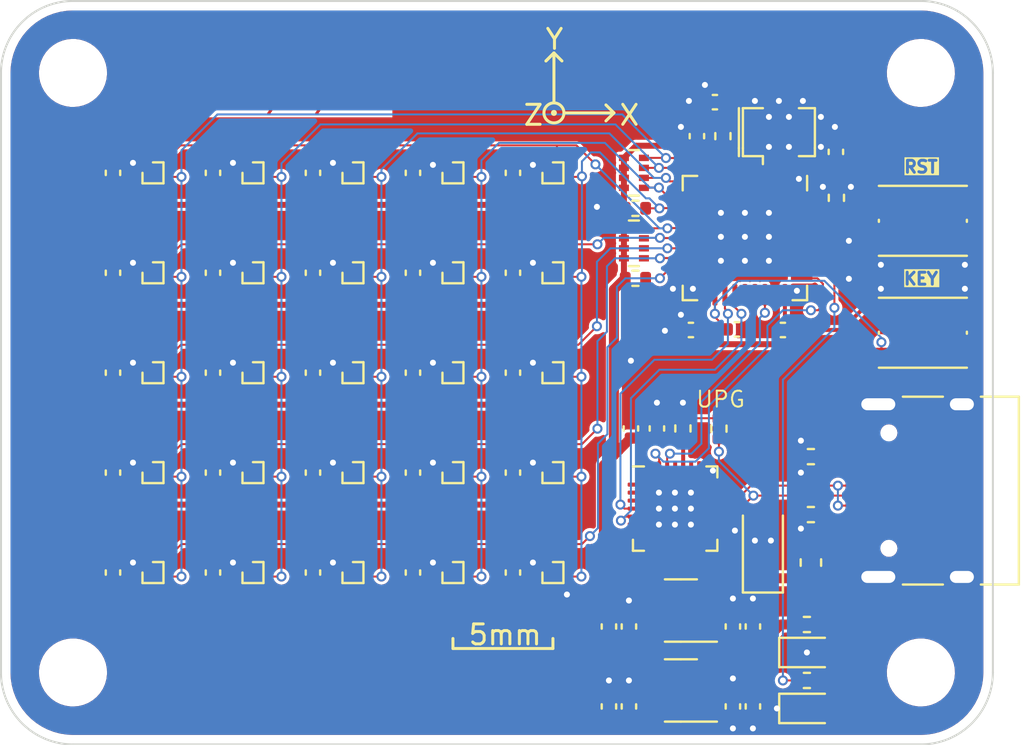
<source format=kicad_pcb>
(kicad_pcb (version 20221018) (generator pcbnew)
  (title_block (title "LocateMagnet") (date "2024-04-08") (rev "2.0") (comment 1 "黄国锋绘制") (comment 2 "蔡子睦修改"))
  (layers (0 "F.Cu" signal) (31 "B.Cu" signal) (34 "B.Paste" user) (35 "F.Paste" user) (36 "B.SilkS" user "B.Silkscreen") (37 "F.SilkS" user "F.Silkscreen") (38 "B.Mask" user) (39 "F.Mask" user) (44 "Edge.Cuts" user))
  (net 0 "")
  (net 1 "+3.3V")
  (net 2 "GND")
  (net 3 "+5V")
  (net 4 "+3V3")
  (net 5 "/USB_DM")
  (net 6 "/USB_DP")
  (net 7 "Net-(D2-A)")
  (net 8 "Net-(R1-Pad1)")
  (net 9 "SCL1")
  (net 10 "SDA1")
  (net 11 "SDA2")
  (net 12 "SDA3")
  (net 13 "SDA4")
  (net 14 "SDA5")
  (net 15 "SCL2")
  (net 16 "SCL3")
  (net 17 "SCL4")
  (net 18 "SCL5")
  (net 19 "/DAP_RX")
  (net 20 "/DAP_TX")
  (net 21 "/SWDIO")
  (net 22 "/SWCLK")
  (net 25 "/NRST")
  (net 26 "Net-(U27-BOOT0)")
  (net 47 "/KEY")
  (net 48 "Net-(D3-A)")
  (net 49 "Net-(F1-Pad1)")
  (net 50 "Net-(U27-PD0)")
  (net 51 "Net-(U27-PD1)")
  (net 58 "Net-(J2-CC1)")
  (net 61 "Net-(J2-CC2)")
  (net 63 "/MCU_LED")
  (footprint "Capacitor_SMD:C_0402_1005Metric" (layer "F.Cu") (at 109.8 76.9 -90)
    (fp_text reference "C31" hide)
    (fp_text value "0.1u" hide)
  )
  (footprint "Capacitor_SMD:C_0402_1005Metric" (layer "F.Cu") (at 97.8 50.2 90)
    (fp_text reference "C5" hide)
    (fp_text value "0.1u" hide)
  )
  (footprint "Package_BGA:WLP-4_0.83x0.83mm_P0.4mm" (layer "F.Cu") (at 99.8 65.2)
    (fp_text reference "U20" hide)
    (fp_text value "MMC5603NJ" hide)
  )
  (footprint "Capacitor_SMD:C_0402_1005Metric" (layer "F.Cu") (at 87.8 65.2 90)
    (fp_text reference "C18" hide)
    (fp_text value "0.1u" hide)
  )
  (footprint "Crystal:Resonator_SMD_Murata_CSTxExxV-3Pin_3.0x1.1mm" (layer "F.Cu") (at 111.1 48.1625)
    (fp_text reference "Y1" hide)
    (fp_text value "3215-8MHz" hide)
  )
  (footprint "Capacitor_SMD:C_0402_1005Metric" (layer "F.Cu") (at 87.8 60.2 90)
    (fp_text reference "C13" hide)
    (fp_text value "0.1u" hide)
  )
  (footprint "Connector_USB:USB_C_Receptacle_HRO_TYPE-C-31-M-12" (layer "F.Cu") (at 119.2 66.1 90)
    (fp_text reference "J2" hide)
    (fp_text value "USB_C_Receptacle_USB2.0" hide)
  )
  (footprint "Package_BGA:WLP-4_0.83x0.83mm_P0.4mm" (layer "F.Cu") (at 89.8 50.2)
    (fp_text reference "U3" hide)
    (fp_text value "MMC5603NJ" hide)
  )
  (footprint "Capacitor_SMD:C_0402_1005Metric" (layer "F.Cu") (at 82.8 50.2 90)
    (fp_text reference "C2" hide)
    (fp_text value "0.1u" hide)
  )
  (footprint "Capacitor_SMD:C_0402_1005Metric" (layer "F.Cu") (at 103.6 72.9 90)
    (fp_text reference "C28" hide)
    (fp_text value "0.1u" hide)
  )
  (footprint "Package_BGA:WLP-4_0.83x0.83mm_P0.4mm" (layer "F.Cu") (at 84.8 70.2)
    (fp_text reference "U22" hide)
    (fp_text value "MMC5603NJ" hide)
  )
  (footprint "Package_TO_SOT_SMD:SOT-23-5" (layer "F.Cu") (at 106.2 76.1 180)
    (fp_text reference "U29" hide)
    (fp_text value "RT9013-Lite" hide)
  )
  (footprint "MountingHole:MountingHole_3.2mm_M3" (layer "F.Cu") (at 75.8 75.2)
    (fp_text reference "H2" hide)
    (fp_text value "MountingHole" hide)
  )
  (footprint "Package_BGA:WLP-4_0.83x0.83mm_P0.4mm" (layer "F.Cu") (at 89.8 70.2)
    (fp_text reference "U23" hide)
    (fp_text value "MMC5603NJ" hide)
  )
  (footprint "Package_BGA:WLP-4_0.83x0.83mm_P0.4mm" (layer "F.Cu") (at 99.8 70.2)
    (fp_text reference "U25" hide)
    (fp_text value "MMC5603NJ" hide)
  )
  (footprint "Package_BGA:WLP-4_0.83x0.83mm_P0.4mm" (layer "F.Cu") (at 94.8 50.2)
    (fp_text reference "U4" hide)
    (fp_text value "MMC5603NJ" hide)
  )
  (footprint "Capacitor_SMD:C_0402_1005Metric" (layer "F.Cu") (at 77.8 50.2 90)
    (fp_text reference "C1" hide)
    (fp_text value "0.1u" hide)
  )
  (footprint "Capacitor_SMD:C_0402_1005Metric" (layer "F.Cu") (at 102.6 76.9 90)
    (fp_text reference "C32" hide)
    (fp_text value "0.1u" hide)
  )
  (footprint "Resistor_SMD:R_0402_1005Metric" (layer "F.Cu") (at 103.925 55.475 180)
    (fp_text reference "R5" hide)
    (fp_text value "10K" hide)
  )
  (footprint "LED_SMD:LED_0603_1608Metric" (layer "F.Cu") (at 112.6 77)
    (fp_text reference "D2" hide)
    (fp_text value "LED-GREEN" hide)
  )
  (footprint "Resistor_SMD:R_0402_1005Metric" (layer "F.Cu") (at 108.3 48.3625 90)
    (fp_text reference "R2" hide)
    (fp_text value "10K" hide)
  )
  (footprint "Capacitor_SMD:C_0402_1005Metric" (layer "F.Cu") (at 103.6 76.9 90)
    (fp_text reference "C33" hide)
    (fp_text value "10u" hide)
  )
  (footprint "MountingHole:MountingHole_3.2mm_M3" (layer "F.Cu") (at 118.2 45.2)
    (fp_text reference "H4" hide)
    (fp_text value "MountingHole" hide)
  )
  (footprint "Resistor_SMD:R_Array_Concave_4x0402" (layer "F.Cu") (at 103.85 50.2)
    (fp_text reference "RN1" hide)
    (fp_text value "4*10k" hide)
  )
  (footprint "Package_BGA:WLP-4_0.83x0.83mm_P0.4mm" (layer "F.Cu") (at 99.8 60.2)
    (fp_text reference "U15" hide)
    (fp_text value "MMC5603NJ" hide)
  )
  (footprint "Package_BGA:WLP-4_0.83x0.83mm_P0.4mm" (layer "F.Cu") (at 89.8 60.2)
    (fp_text reference "U13" hide)
    (fp_text value "MMC5603NJ" hide)
  )
  (footprint "Package_BGA:WLP-4_0.83x0.83mm_P0.4mm" (layer "F.Cu") (at 79.8 50.2)
    (fp_text reference "U1" hide)
    (fp_text value "MMC5603NJ" hide)
  )
  (footprint "Resistor_SMD:R_0402_1005Metric" (layer "F.Cu") (at 112.7 67.3 180)
    (fp_text reference "R7" hide)
    (fp_text value "5.1k" hide)
  )
  (footprint "Capacitor_SMD:C_0402_1005Metric" (layer "F.Cu") (at 82.8 60.2 90)
    (fp_text reference "C12" hide)
    (fp_text value "0.1u" hide)
  )
  (footprint "Resistor_SMD:R_0402_1005Metric" (layer "F.Cu") (at 103.925 51.975 180)
    (fp_text reference "R4" hide)
    (fp_text value "10K" hide)
  )
  (footprint "Button_Switch_SMD:SW_Push_1P1T_NO_Vertical_Wuerth_434133025816" (layer "F.Cu") (at 118.3 52.6 180)
    (fp_text reference "SW1" hide)
    (fp_text value "RST" hide)
  )
  (footprint "MountingHole:MountingHole_3.2mm_M3" (layer "F.Cu") (at 75.8 45.2)
    (fp_text reference "H1" hide)
    (fp_text value "MountingHole" hide)
  )
  (footprint "Package_BGA:WLP-4_0.83x0.83mm_P0.4mm" (layer "F.Cu") (at 84.8 60.2)
    (fp_text reference "U12" hide)
    (fp_text value "MMC5603NJ" hide)
  )
  (footprint "Diode_SMD:D_SOD-123F" (layer "F.Cu") (at 110.3 69 90)
    (fp_text reference "D1" hide)
    (fp_text value "TVS 6V" hide)
  )
  (footprint "Resistor_SMD:R_0402_1005Metric" (layer "F.Cu") (at 112.5 75.6)
    (fp_text reference "R8" hide)
    (fp_text value "10k" hide)
  )
  (footprint "Capacitor_SMD:C_0402_1005Metric" (layer "F.Cu") (at 77.8 65.2 90)
    (fp_text reference "C16" hide)
    (fp_text value "0.1u" hide)
  )
  (footprint "Package_DFN_QFN:QFN-36-1EP_6x6mm_P0.5mm_EP4.1x4.1mm" (layer "F.Cu") (at 109.4 53.4625 -90)
    (fp_text reference "U27" hide)
    (fp_text value "STM32F103TBUx" hide)
  )
  (footprint "Package_BGA:WLP-4_0.83x0.83mm_P0.4mm" (layer "F.Cu") (at 89.8 65.2)
    (fp_text reference "U18" hide)
    (fp_text value "MMC5603NJ" hide)
  )
  (footprint "Package_BGA:WLP-4_0.83x0.83mm_P0.4mm" (layer "F.Cu") (at 94.8 70.2)
    (fp_text reference "U24" hide)
    (fp_text value "MMC5603NJ" hide)
  )
  (footprint "Package_BGA:WLP-4_0.83x0.83mm_P0.4mm" (layer "F.Cu") (at 79.8 65.2)
    (fp_text reference "U16" hide)
    (fp_text value "MMC5603NJ" hide)
  )
  (footprint "Package_BGA:WLP-4_0.83x0.83mm_P0.4mm" (layer "F.Cu") (at 79.8 60.2)
    (fp_text reference "U11" hide)
    (fp_text value "MMC5603NJ" hide)
  )
  (footprint "Capacitor_SMD:C_0402_1005Metric" (layer "F.Cu") (at 103.7 62.99 90)
    (fp_text reference "C34" hide)
    (fp_text value "0.1u" hide)
  )
  (footprint "Resistor_SMD:R_0402_1005Metric" (layer "F.Cu") (at 112.7 64.4 180)
    (fp_text reference "R6" hide)
    (fp_text value "5.1k" hide)
  )
  (footprint "Package_BGA:WLP-4_0.83x0.83mm_P0.4mm" (layer "F.Cu") (at 79.8 55.2)
    (fp_text reference "U6" hide)
    (fp_text value "MMC5603NJ" hide)
  )
  (footprint "MountingHole:MountingHole_3.2mm_M3" (layer "F.Cu") (at 118.2 75.2)
    (fp_text reference "H3" hide)
    (fp_text value "MountingHole" hide)
  )
  (footprint "Capacitor_SMD:C_0402_1005Metric" (layer "F.Cu") (at 87.8 50.2 90)
    (fp_text reference "C3" hide)
    (fp_text value "0.1u" hide)
  )
  (footprint "Resistor_SMD:R_0402_1005Metric" (layer "F.Cu") (at 108.1 63 90)
    (fp_text reference "TP1" hide)
    (fp_text value "TestPoint_2Pole" hide)
  )
  (footprint "Capacitor_SMD:C_0402_1005Metric" (layer "F.Cu") (at 82.8 55.2 90)
    (fp_text reference "C7" hide)
    (fp_text value "0.1u" hide)
  )
  (footprint "Resistor_SMD:R_Array_Concave_4x0402" (layer "F.Cu") (at 103.85 53.725)
    (fp_text reference "RN2" hide)
    (fp_text value "4*10k" hide)
  )
  (footprint "Capacitor_SMD:C_0402_1005Metric" (layer "F.Cu") (at 109.8 72.9 90)
    (fp_text reference "C26" hide)
    (fp_text value "0.1u" hide)
  )
  (footprint "Package_BGA:WLP-4_0.83x0.83mm_P0.4mm" (layer "F.Cu") (at 94.8 65.2)
    (fp_text reference "U19" hide)
    (fp_text value "MMC5603NJ" hide)
  )
  (footprint "Resistor_SMD:R_0402_1005Metric" (layer "F.Cu") (at 113.975 51.45 90)
    (fp_text reference "R3" hide)
    (fp_text value "10K" hide)
  )
  (footprint "Package_TO_SOT_SMD:SOT-23-5" (layer "F.Cu") (at 106.2 72.1 180)
    (fp_text reference "U28" hide)
    (fp_text value "RT9013-Lite" hide)
  )
  (footprint "Capacitor_SMD:C_0402_1005Metric" (layer "F.Cu") (at 87.8 55.2 90)
    (fp_text reference "C8" hide)
    (fp_text value "0.1u" hide)
  )
  (footprint "Capacitor_SMD:C_0402_1005Metric" (layer "F.Cu") (at 87.8 70.2 90)
    (fp_text reference "C23" hide)
    (fp_text value "0.1u" hide)
  )
  (footprint "Resistor_SMD:R_0402_1005Metric" (layer "F.Cu") (at 112.5 72.8)
    (fp_text reference "R9" hide)
    (fp_text value "10k" hide)
  )
  (footprint "Fuse:Fuse_0603_1608Metric" (layer "F.Cu") (at 112.7 69.7 -90)
    (fp_text reference "F1" hide)
    (fp_text value "6V1A" hide)
  )
  (footprint "Capacitor_SMD:C_0402_1005Metric" (layer "F.Cu") (at 97.8 70.2 90)
    (fp_text reference "C25" hide)
    (fp_text value "0.1u" hide)
  )
  (footprint "Package_BGA:WLP-4_0.83x0.83mm_P0.4mm" (layer "F.Cu") (at 84.8 55.2)
    (fp_text reference "U7" hide)
    (fp_text value "MMC5603NJ" hide)
  )
  (footprint "Capacitor_SMD:C_0402_1005Metric" (layer "F.Cu") (at 92.8 65.2 90)
    (fp_text reference "C19" hide)
    (fp_text value "0.1u" hide)
  )
  (footprint "Package_BGA:WLP-4_0.83x0.83mm_P0.4mm" (layer "F.Cu") (at 94.8 60.2)
    (fp_text reference "U14" hide)
    (fp_text value "MMC5603NJ" hide)
  )
  (footprint "Capacitor_SMD:C_0402_1005Metric" (layer "F.Cu") (at 82.8 70.2 90)
    (fp_text reference "C22" hide)
    (fp_text value "0.1u" hide)
  )
  (footprint "Capacitor_SMD:C_0402_1005Metric" (layer "F.Cu") (at 107.9 46.6625 180)
    (fp_text reference "C40" hide)
    (fp_text value "0.1u" hide)
  )
  (footprint "hgf_lib:QFN-28-1EP_4x4mm_P0.4mm_EP2.8x2.8mm" (layer "F.Cu") (at 105.9124 67)
    (fp_text reference "U26" hide)
    (fp_text value "CH549F" hide)
  )
  (footprint "Capacitor_SMD:C_0402_1005Metric" (layer "F.Cu") (at 77.8 55.2 90)
    (fp_text reference "C6" hide)
    (fp_text value "0.1u" hide)
  )
  (footprint "Capacitor_SMD:C_0402_1005Metric" (layer "F.Cu") (at 102.6 72.9 90)
    (fp_text reference "C29" hide)
    (fp_text value "10u" hide)
  )
  (footprint "Capacitor_SMD:C_0402_1005Metric" (layer "F.Cu") (at 107 48.3625 90)
    (fp_text reference "C39" hide)
    (fp_text value "0.1u" hide)
  )
  (footprint "Package_BGA:WLP-4_0.83x0.83mm_P0.4mm" (layer "F.Cu") (at 84.8 65.2)
    (fp_text reference "U17" hide)
    (fp_text value "MMC5603NJ" hide)
  )
  (footprint "Capacitor_SMD:C_0402_1005Metric" (layer "F.Cu") (at 82.8 65.2 90)
    (fp_text reference "C17" hide)
    (fp_text value "0.1u" hide)
  )
  (footprint "Capacitor_SMD:C_0402_1005Metric" (layer "F.Cu") (at 105 62.99 90)
    (fp_text reference "C35" hide)
    (fp_text value "0.1u" hide)
  )
  (footprint "Capacitor_SMD:C_0402_1005Metric" (layer "F.Cu") (at 77.8 70.2 90)
    (fp_text reference "C21" hide)
    (fp_text value "0.1u" hide)
  )
  (footprint "Package_BGA:WLP-4_0.83x0.83mm_P0.4mm" (layer "F.Cu") (at 79.8 70.2)
    (fp_text reference "U21" hide)
    (fp_text value "MMC5603NJ" hide)
  )
  (footprint "Capacitor_SMD:C_0402_1005Metric" (layer "F.Cu") (at 92.8 55.2 90)
    (fp_text reference "C9" hide)
    (fp_text value "0.1u" hide)
  )
  (footprint "Capacitor_SMD:C_0402_1005Metric" (layer "F.Cu") (at 92.8 50.2 90)
    (fp_text reference "C4" hide)
    (fp_text value "0.1u" hide)
  )
  (footprint "Button_Switch_SMD:SW_Push_1P1T_NO_Vertical_Wuerth_434133025816" (layer "F.Cu") (at 118.3 58.2)
    (fp_text reference "SW2" hide)
    (fp_text value "KEY" hide)
  )
  (footprint "Capacitor_SMD:C_0402_1005Metric" (layer "F.Cu") (at 92.8 60.2 90)
    (fp_text reference "C14" hide)
    (fp_text value "0.1u" hide)
  )
  (footprint "Capacitor_SMD:C_0402_1005Metric" (layer "F.Cu") (at 109 58.0325)
    (fp_text reference "C41" hide)
    (fp_text value "0.1u" hide)
  )
  (footprint "Capacitor_SMD:C_0402_1005Metric" (layer "F.Cu") (at 111.3 58.0625 180)
    (fp_text reference "C37" hide)
    (fp_text value "0.1u" hide)
  )
  (footprint "Capacitor_SMD:C_0402_1005Metric" (layer "F.Cu") (at 106.7 58.0625 180)
    (fp_text reference "C38" hide)
    (fp_text value "0.1u" hide)
  )
  (footprint "Capacitor_SMD:C_0402_1005Metric" (layer "F.Cu") (at 97.8 65.2 90)
    (fp_text reference "C20" hide)
    (fp_text value "0.1u" hide)
  )
  (footprint "Package_BGA:WLP-4_0.83x0.83mm_P0.4mm" (layer "F.Cu") (at 99.8 55.2)
    (fp_text reference "U10" hide)
    (fp_text value "MMC5603NJ" hide)
  )
  (footprint "Resistor_SMD:R_0402_1005Metric" (layer "F.Cu") (at 106.3 62.99 -90)
    (fp_text reference "R1" hide)
    (fp_text value "10K" hide)
  )
  (footprint "Package_BGA:WLP-4_0.83x0.83mm_P0.4mm" (layer "F.Cu") (at 89.8 55.2)
    (fp_text reference "U8" hide)
    (fp_text value "MMC5603NJ" hide)
  )
  (footprint "Capacitor_SMD:C_0402_1005Metric" (layer "F.Cu") (at 77.8 60.2 90)
    (fp_text reference "C11" hide)
    (fp_text value "0.1u" hide)
  )
  (footprint "Capacitor_SMD:C_0402_1005Metric" (layer "F.Cu") (at 97.8 60.2 90)
    (fp_text reference "C15" hide)
    (fp_text value "0.1u" hide)
  )
  (footprint "Package_BGA:WLP-4_0.83x0.83mm_P0.4mm" (layer "F.Cu") (at 84.8 50.2)
    (fp_text reference "U2" hide)
    (fp_text value "MMC5603NJ" hide)
  )
  (footprint "Capacitor_SMD:C_0402_1005Metric" (layer "F.Cu") (at 97.8 55.2 90)
    (fp_text reference "C10" hide)
    (fp_text value "0.1u" hide)
  )
  (footprint "Capacitor_SMD:C_0402_1005Metric" (layer "F.Cu") (at 108.8 76.9 -90)
    (fp_text reference "C30" hide)
    (fp_text value "10u" hide)
  )
  (footprint "LED_SMD:LED_0603_1608Metric" (layer "F.Cu") (at 112.6 74.2)
    (fp_text reference "D3" hide)
    (fp_text value "LED-RED" hide)
  )
  (footprint "Package_BGA:WLP-4_0.83x0.83mm_P0.4mm" (layer "F.Cu") (at 94.8 55.2)
    (fp_text reference "U9" hide)
    (fp_text value "MMC5603NJ" hide)
  )
  (footprint "Capacitor_SMD:C_0402_1005Metric" (layer "F.Cu") (at 92.8 70.2 90)
    (fp_text reference "C24" hide)
    (fp_text value "0.1u" hide)
  )
  (footprint "Capacitor_SMD:C_0402_1005Metric" (layer "F.Cu") (at 108.8 72.9 90)
    (fp_text reference "C27" hide)
    (fp_text value "10u" hide)
  )
  (footprint "Package_BGA:WLP-4_0.83x0.83mm_P0.4mm" (layer "F.Cu") (at 99.8 50.2)
    (fp_text reference "U5" hide)
    (fp_text value "MMC5603NJ" hide)
  )
  (footprint "Capacitor_SMD:C_0402_1005Metric" (layer "F.Cu") (at 113.95 49.15 90)
    (fp_text reference "C36" hide)
    (fp_text value "0.1u" hide)
  )
  (gr_line (start 94.8 74) (end 94.8 73.5) (stroke (width 0.15)) (layer "F.SilkS"))
  (gr_line (start 100.35 47.2) (end 102.85 47.2) (stroke (width 0.15)) (layer "F.SilkS"))
  (gr_line (start 99.8 74) (end 94.8 74) (stroke (width 0.15)) (layer "F.SilkS"))
  (gr_line (start 99.85 46.7) (end 99.85 44.2) (stroke (width 0.15)) (layer "F.SilkS"))
  (gr_line (start 102.85 47.2) (end 102.45 46.8) (stroke (width 0.15)) (layer "F.SilkS"))
  (gr_line (start 102.85 47.2) (end 102.45 47.6) (stroke (width 0.15)) (layer "F.SilkS"))
  (gr_line (start 99.8 74) (end 99.8 73.5) (stroke (width 0.15)) (layer "F.SilkS"))
  (gr_circle (center 99.85 47.2) (end 100.35 47.2) (stroke (width 0.15)) (fill none) (layer "F.SilkS"))
  (gr_line (start 99.85 44.2) (end 99.45 44.6) (stroke (width 0.15)) (layer "F.SilkS"))
  (gr_circle (center 99.85 47.2) (end 99.85 47.2) (stroke (width 0.15)) (fill none) (layer "F.SilkS"))
  (gr_line (start 99.85 44.2) (end 100.25 44.6) (stroke (width 0.15)) (layer "F.SilkS"))
  (gr_line (start 99.45 44.6) (end 99.85 44.2) (stroke (width 0.15)) (layer "F.SilkS"))
  (gr_line (start 118.2 41.6) (end 75.8 41.6) (stroke (width 0.1)) (layer "Edge.Cuts"))
  (gr_line (start 121.8 75.2) (end 121.8 45.2) (stroke (width 0.1)) (layer "Edge.Cuts"))
  (gr_arc (start 121.8 75.2) (mid 120.745584 77.745584) (end 118.2 78.8) (stroke (width 0.1)) (layer "Edge.Cuts"))
  (gr_arc (start 72.2 45.2) (mid 73.254416 42.654416) (end 75.8 41.6) (stroke (width 0.1)) (layer "Edge.Cuts"))
  (gr_arc (start 75.8 78.8) (mid 73.254416 77.745584) (end 72.2 75.2) (stroke (width 0.1)) (layer "Edge.Cuts"))
  (gr_line (start 75.8 78.8) (end 118.2 78.8) (stroke (width 0.1)) (layer "Edge.Cuts"))
  (gr_line (start 72.2 45.2) (end 72.2 75.2) (stroke (width 0.1)) (layer "Edge.Cuts"))
  (gr_arc (start 118.2 41.6) (mid 120.745584 42.654416) (end 121.8 45.2) (stroke (width 0.1)) (layer "Edge.Cuts"))
  (gr_text "2024/3/28" (at 80.8 47.1) (layer "F.Cu") (effects (font (size 1.2 1.2)) (justify left bottom)))
  (gr_text "5mm" (at 95.5 73.9) (layer "F.SilkS") (effects (font (size 1 1)) (justify left bottom)))
  (gr_text "UPG" (at 106.9 62) (layer "F.SilkS") (effects (font (size 0.8 0.8) (thickness 0.1)) (justify left bottom)))
  (gr_text "RST" (at 118.2 49.9) (layer "F.SilkS" knockout) (effects (font (size 0.6 0.6))))
  (gr_text "X" (at 103.05 47.9) (layer "F.SilkS") (effects (font (size 1 1)) (justify left bottom)))
  (gr_text "KEY" (at 118.2 55.5) (layer "F.SilkS" knockout) (effects (font (size 0.6 0.6))))
  (gr_text "Z" (at 98.25 47.9) (layer "F.SilkS") (effects (font (size 1 1)) (justify left bottom)))
  (gr_text "Y" (at 99.35 44.1) (layer "F.SilkS") (effects (font (size 1 1)) (justify left bottom)))
  (segment (start 84.6 50.4) (end 84.32 50.68) (width 0.15) (layer "F.Cu") (net 1))
  (segment (start 99.6 65.4) (end 99.32 65.68) (width 0.15) (layer "F.Cu") (net 1))
  (segment (start 100.45 73.125) (end 99.225 71.9) (width 0.5) (layer "F.Cu") (net 1))
  (segment (start 82.8 71.9) (end 82.55 71.9) (width 0.5) (layer "F.Cu") (net 1))
  (segment (start 87.8 65.68) (end 87.8 66.8) (width 0.2) (layer "F.Cu") (net 1))
  (segment (start 77.8 55.68) (end 77.8 56.7) (width 0.2) (layer "F.Cu") (net 1))
  (segment (start 84.32 65.68) (end 82.8 65.68) (width 0.15) (layer "F.Cu") (net 1))
  (segment (start 87.8 71.9) (end 82.8 71.9) (width 0.5) (layer "F.Cu") (net 1))
  (segment (start 77.8 66.8) (end 82.8 66.8) (width 0.3) (layer "F.Cu") (net 1))
  (segment (start 89.6 60.4) (end 89.32 60.68) (width 0.15) (layer "F.Cu") (net 1))
  (segment (start 77.8 60.68) (end 77.8 61.8) (width 0.2) (layer "F.Cu") (net 1))
  (segment (start 77.05 51.8) (end 82.8 51.8) (width 0.3) (layer "F.Cu") (net 1))
  (segment (start 84.32 60.68) (end 82.8 60.68) (width 0.15) (layer "F.Cu") (net 1))
  (segment (start 92.8 65.68) (end 92.8 66.8) (width 0.2) (layer "F.Cu") (net 1))
  (segment (start 103.6 77.38) (end 102.6 77.38) (width 0.5) (layer "F.Cu") (net 1))
  (segment (start 102.6 77.38) (end 102.055 77.38) (width 0.5) (layer "F.Cu") (net 1))
  (segment (start 76.85 57) (end 77.05 56.8) (width 0.3) (layer "F.Cu") (net 1))
  (segment (start 94.6 70.4) (end 94.32 70.68) (width 0.15) (layer "F.Cu") (net 1))
  (segment (start 77.8 70.68) (end 77.28 70.68) (width 0.5) (layer "F.Cu") (net 1))
  (segment (start 76.95 66.8) (end 77.8 66.8) (width 0.3) (layer "F.Cu") (net 1))
  (segment (start 76.85 61.9) (end 76.95 61.8) (width 0.3) (layer "F.Cu") (net 1))
  (segment (start 82.55 71.9) (end 79.02 71.9) (width 0.5) (layer "F.Cu") (net 1))
  (segment (start 76.85 61.9) (end 76.85 57) (width 0.5) (layer "F.Cu") (net 1))
  (segment (start 77.28 70.68) (end 76.85 70.25) (width 0.5) (layer "F.Cu") (net 1))
  (segment (start 84.32 50.68) (end 82.8 50.68) (width 0.15) (layer "F.Cu") (net 1))
  (segment (start 92.8 70.68) (end 92.8 71.9) (width 0.2) (layer "F.Cu") (net 1))
  (segment (start 96.68 51.8) (end 97.8 50.68) (width 0.3) (layer "F.Cu") (net 1))
  (segment (start 84.6 70.4) (end 84.32 70.68) (width 0.15) (layer "F.Cu") (net 1))
  (segment (start 89.6 70.4) (end 89.32 70.68) (width 0.15) (layer "F.Cu") (net 1))
  (segment (start 76.85 66.9) (end 76.95 66.8) (width 0.3) (layer "F.Cu") (net 1))
  (segment (start 82.8 60.68) (end 82.8 61.8) (width 0.2) (layer "F.Cu") (net 1))
  (segment (start 79.32 55.68) (end 77.8 55.68) (width 0.15) (layer "F.Cu") (net 1))
  (segment (start 89.32 65.68) (end 87.8 65.68) (width 0.15) (layer "F.Cu") (net 1))
  (segment (start 77.05 56.8) (end 77.9 56.8) (width 0.3) (layer "F.Cu") (net 1))
  (segment (start 89.6 65.4) (end 89.32 65.68) (width 0.15) (layer "F.Cu") (net 1))
  (segment (start 77.8 65.68) (end 77.8 66.8) (width 0.2) (layer "F.Cu") (net 1))
  (segment (start 82.8 61.8) (end 87.8 61.8) (width 0.3) (layer "F.Cu") (net 1))
  (segment (start 94.6 50.4) (end 94.32 50.68) (width 0.15) (layer "F.Cu") (net 1))
  (segment (start 82.8 56.8) (end 87.9 56.8) (width 0.3) (layer "F.Cu") (net 1))
  (segment (start 99.32 60.68) (end 97.8 60.68) (width 0.15) (layer "F.Cu") (net 1))
  (segment (start 82.8 70.68) (end 82.8 71.9) (width 0.2) (layer "F.Cu") (net 1))
  (segment (start 79.02 71.9) (end 77.8 70.68) (width 0.5) (layer "F.Cu") (net 1))
  (segment (start 97.8 71.9) (end 92.8 71.9) (width 0.5) (layer "F.Cu") (net 1))
  (segment (start 79.6 55.4) (end 79.32 55.68) (width 0.15) (layer "F.Cu") (net 1))
  (segment (start 82.8 66.8) (end 87.8 66.8) (width 0.3) (layer "F.Cu") (net 1))
  (segment (start 87.8 60.68) (end 87.8 61.8) (width 0.2) (layer "F.Cu") (net 1))
  (segment (start 89.32 70.68) (end 87.8 70.68) (width 0.15) (layer "F.Cu") (net 1))
  (segment (start 87.8 66.8) (end 92.8 66.8) (width 0.3) (layer "F.Cu") (net 1))
  (segment (start 89.32 60.68) (end 87.8 60.68) (width 0.15) (layer "F.Cu") (net 1))
  (segment (start 84.6 65.4) (end 84.32 65.68) (width 0.15) (layer "F.Cu") (net 1))
  (segment (start 96.68 66.8) (end 97.8 65.68) (width 0.3) (layer "F.Cu") (net 1))
  (segment (start 87.8 50.68) (end 87.8 51.8) (width 0.2) (layer "F.Cu") (net 1))
  (segment (start 82.8 50.68) (end 82.8 51.8) (width 0.2) (layer "F.Cu") (net 1))
  (segment (start 76.95 61.8) (end 77.8 61.8) (width 0.3) (layer "F.Cu") (net 1))
  (segment (start 87.8 70.68) (end 87.8 71.9) (width 0.2) (layer "F.Cu") (net 1))
  (segment (start 82.8 51.8) (end 87.8 51.8) (width 0.3) (layer "F.Cu") (net 1))
  (segment (start 76.85 52) (end 76.85 51.63) (width 0.5) (layer "F.Cu") (net 1))
  (segment (start 94.32 65.68) (end 92.8 65.68) (width 0.15) (layer "F.Cu") (net 1))
  (segment (start 92.8 56.8) (end 96.68 56.8) (width 0.3) (layer "F.Cu") (net 1))
  (segment (start 99.32 65.68) (end 97.8 65.68) (width 0.15) (layer "F.Cu") (net 1))
  (segment (start 92.8 66.8) (end 96.68 66.8) (width 0.3) (layer "F.Cu") (net 1))
  (segment (start 79.32 50.68) (end 77.8 50.68) (width 0.15) (layer "F.Cu") (net 1))
  (segment (start 94.32 50.68) (end 92.8 50.68) (width 0.15) (layer "F.Cu") (net 1))
  (segment (start 89.32 55.68) (end 87.8 55.68) (width 0.15) (layer "F.Cu") (net 1))
  (segment (start 87.9 56.8) (end 92.8 56.8) (width 0.3) (layer "F.Cu") (net 1))
  (segment (start 76.85 52) (end 77.05 51.8) (width 0.3) (layer "F.Cu") (net 1))
  (segment (start 84.6 60.4) (end 84.32 60.68) (width 0.15) (layer "F.Cu") (net 1))
  (segment (start 87.8 61.8) (end 92.7 61.8) (width 0.3) (layer "F.Cu") (net 1))
  (segment (start 104.7325 77.38) (end 103.6 77.38) (width 0.5) (layer "F.Cu") (net 1))
  (segment (start 87.8 55.68) (end 87.8 56.7) (width 0.2) (layer "F.Cu") (net 1))
  (segment (start 105.0625 77.05) (end 104.7325 77.38) (width 0.5) (layer "F.Cu") (net 1))
  (segment (start 79.6 65.4) (end 79.32 65.68) (width 0.15) (layer "F.Cu") (net 1))
  (segment (start 92.8 50.68) (end 92.8 51.8) (width 0.2) (layer "F.Cu") (net 1))
  (segment (start 89.32 50.68) (end 87.8 50.68) (width 0.15) (layer "F.Cu") (net 1))
  (segment (start 89.6 50.4) (end 89.32 50.68) (width 0.15) (layer "F.Cu") (net 1))
  (segment (start 94.32 55.68) (end 92.8 55.68) (width 0.15) (layer "F.Cu") (net 1))
  (segment (start 92.8 51.8) (end 96.68 51.8) (width 0.3) (layer "F.Cu") (net 1))
  (segment (start 92.8 71.9) (end 87.8 71.9) (width 0.5) (layer "F.Cu") (net 1))
  (segment (start 92.8 55.68) (end 92.8 56.8) (width 0.2) (layer "F.Cu") (net 1))
  (segment (start 92.7 61.8) (end 96.68 61.8) (width 0.3) (layer "F.Cu") (net 1))
  (segment (start 76.85 66.9) (end 76.85 61.9) (width 0.5) (layer "F.Cu") (net 1))
  (segment (start 79.6 50.4) (end 79.32 50.68) (width 0.15) (layer "F.Cu") (net 1))
  (segment (start 94.32 60.68) (end 92.8 60.68) (width 0.15) (layer "F.Cu") (net 1))
  (segment (start 79.32 65.68) (end 77.8 65.68) (width 0.15) (layer "F.Cu") (net 1))
  (segment (start 92.8 60.68) (end 92.8 61.7) (width 0.2) (layer "F.Cu") (net 1))
  (segment (start 87.8 56.7) (end 87.9 56.8) (width 0.2) (layer "F.Cu") (net 1))
  (segment (start 84.32 55.68) (end 82.8 55.68) (width 0.15) (layer "F.Cu") (net 1))
  (segment (start 94.6 65.4) (end 94.32 65.68) (width 0.15) (layer "F.Cu") (net 1))
  (segment (start 96.68 61.8) (end 97.8 60.68) (width 0.3) (layer "F.Cu") (net 1))
  (segment (start 99.32 70.68) (end 97.8 70.68) (width 0.15) (layer "F.Cu") (net 1))
  (segment (start 89.6 55.4) (end 89.32 55.68) (width 0.15) (layer "F.Cu") (net 1))
  (segment (start 94.6 60.4) (end 94.32 60.68) (width 0.15) (layer "F.Cu") (net 1))
  (segment (start 94.32 70.68) (end 92.8 70.68) (width 0.15) (layer "F.Cu") (net 1))
  (segment (start 99.6 55.4) (end 99.32 55.68) (width 0.15) (layer "F.Cu") (net 1))
  (segment (start 97.8 70.68) (end 97.8 71.9) (width 0.2) (layer "F.Cu") (net 1))
  (segment (start 100.45 75.775) (end 100.45 73.125) (width 0.5) (layer "F.Cu") (net 1))
  (segment (start 76.85 57) (end 76.85 52) (width 0.5) (layer "F.Cu") (net 1))
  (segment (start 102.055 77.38) (end 100.45 75.775) (width 0.5) (layer "F.Cu") (net 1))
  (segment (start 99.32 55.68) (end 97.8 55.68) (width 0.15) (layer "F.Cu") (net 1))
  (segment (start 79.6 70.4) (end 79.32 70.68) (width 0.15) (layer "F.Cu") (net 1))
  (segment (start 99.225 71.9) (end 97.8 71.9) (width 0.5) (layer "F.Cu") (net 1))
  (segment (start 77.9 56.8) (end 82.8 56.8) (width 0.3) (layer "F.Cu") (net 1))
  (segment (start 94.6 55.4) (end 94.32 55.68) (width 0.15) (layer "F.Cu") (net 1))
  (segment (start 99.6 50.4) (end 99.32 50.68) (width 0.15) (layer "F.Cu") (net 1))
  (segment (start 76.85 51.63) (end 77.8 50.68) (width 0.5) (layer "F.Cu") (net 1))
  (segment (start 92.8 61.7) (end 92.7 61.8) (width 0.2) (layer "F.Cu") (net 1))
  (segment (start 79.6 60.4) (end 79.32 60.68) (width 0.15) (layer "F.Cu") (net 1))
  (segment (start 84.32 70.68) (end 82.8 70.68) (width 0.15) (layer "F.Cu") (net 1))
  (segment (start 96.68 56.8) (end 97.8 55.68) (width 0.3) (layer "F.Cu") (net 1))
  (segment (start 77.8 56.7) (end 77.9 56.8) (width 0.2) (layer "F.Cu") (net 1))
  (segment (start 82.8 65.68) (end 82.8 66.8) (width 0.2) (layer "F.Cu") (net 1))
  (segment (start 77.8 61.8) (end 82.8 61.8) (width 0.3) (layer "F.Cu") (net 1))
  (segment (start 99.6 60.4) (end 99.32 60.68) (width 0.15) (layer "F.Cu") (net 1))
  (segment (start 82.8 55.68) (end 82.8 56.8) (width 0.2) (layer "F.Cu") (net 1))
  (segment (start 99.32 50.68) (end 97.8 50.68) (width 0.15) (layer "F.Cu") (net 1))
  (segment (start 87.8 51.8) (end 92.8 51.8) (width 0.3) (layer "F.Cu") (net 1))
  (segment (start 84.6 55.4) (end 84.32 55.68) (width 0.15) (layer "F.Cu") (net 1))
  (segment (start 99.6 70.4) (end 99.32 70.68) (width 0.15) (layer "F.Cu") (net 1))
  (segment (start 76.85 70.25) (end 76.85 66.9) (width 0.5) (layer "F.Cu") (net 1))
  (segment (start 79.32 60.68) (end 77.8 60.68) (width 0.15) (layer "F.Cu") (net 1))
  (segment (start 79.32 70.68) (end 77.8 70.68) (width 0.15) (layer "F.Cu") (net 1))
  (via (at 105.1 66.2) (size 0.5) (drill 0.3) (layers "F.Cu" "B.Cu") (net 2))
  (via (at 83.8 64.7) (size 0.5) (drill 0.3) (layers "F.Cu" "B.Cu") (net 2))
  (via (at 93.8 64.7) (size 0.5) (drill 0.3) (layers "F.Cu" "B.Cu") (net 2))
  (via (at 83.8 59.7) (size 0.5) (drill 0.3) (layers "F.Cu" "B.Cu") (net 2))
  (via (at 103.6 75.6) (size 0.5) (drill 0.3) (layers "F.Cu" "B.Cu") (net 2))
  (via (at 111.1 46.6) (size 0.5) (drill 0.3) (layers "F.Cu" "B.Cu") (net 2))
  (via (at 98.8 49.8) (size 0.5) (drill 0.3) (layers "F.Cu" "B.Cu") (net 2))
  (via (at 105.1 67.8) (size 0.5) (drill 0.3) (layers "F.Cu" "B.Cu") (net 2))
  (via (at 109.9 68.6) (size 0.5) (drill 0.3) (layers "F.Cu" "B.Cu") (net 2))
  (via (at 98.8 69.7) (size 0.5) (drill 0.3) (layers "F.Cu" "B.Cu") (net 2))
  (via (at 113.3 50.9) (size 0.5) (drill 0.3) (layers "F.Cu" "B.Cu") (net 2))
  (via (at 83.8 54.7) (size 0.5) (drill 0.3) (layers "F.Cu" "B.Cu") (net 2))
  (via (at 111 77) (size 0.5) (drill 0.3) (layers "F.Cu" "B.Cu") (net 2))
  (via (at 113.2 48.9) (size 0.5) (drill 0.3) (layers "F.Cu" "B.Cu") (net 2))
  (via (at 103.7 59.6) (size 0.5) (drill 0.3) (layers "F.Cu" "B.Cu") (net 2))
  (via (at 116.2 54.8) (size 0.5) (drill 0.3) (layers "F.Cu" "B.Cu") (net 2))
  (via (at 111.6 47.4) (size 0.5) (drill 0.3) (layers "F.Cu" "B.Cu") (net 2))
  (via (at 78.8 59.7) (size 0.5) (drill 0.3) (layers "F.Cu" "B.Cu") (net 2))
  (via (at 120.4 54.8) (size 0.5) (drill 0.3) (layers "F.Cu" "B.Cu") (net 2))
  (via (at 114.6 55.5) (size 0.5) (drill 0.3) (layers "F.Cu" "B.Cu") (net 2))
  (via (at 110.6 53.4) (size 0.5) (drill 0.3) (layers "F.Cu" "B.Cu") (net 2))
  (via (at 78.8 49.7) (size 0.5) (drill 0.3) (layers "F.Cu" "B.Cu") (net 2))
  (via (at 98.8 59.7) (size 0.5) (drill 0.3) (layers "F.Cu" "B.Cu") (net 2))
  (via (at 106.7 67) (size 0.5) (drill 0.3) (layers "F.Cu" "B.Cu") (net 2))
  (via (at 109.8 78) (size 0.5) (drill 0.3) (layers "F.Cu" "B.Cu") (net 2))
  (via (at 88.8 54.7) (size 0.5) (drill 0.3) (layers "F.Cu" "B.Cu") (net 2))
  (via (at 105.8 56) (size 0.5) (drill 0.3) (layers "F.Cu" "B.Cu") (net 2))
  (via (at 110.6 47.4) (size 0.5) (drill 0.3) (layers "F.Cu" "B.Cu") (net 2))
  (via (at 112.2 68) (size 0.5) (drill 0.3) (layers "F.Cu" "B.Cu") (net 2))
  (via (at 93.8 69.7) (size 0.5) (drill 0.3) (layers "F.Cu" "B.Cu") (net 2))
  (via (at 106.3 61.7) (size 0.5) (drill 0.3) (layers "F.Cu" "B.Cu") (net 2))
  (via (at 110.6 52.2) (size 0.5) (drill 0.3) (layers "F.Cu" "B.Cu") (net 2))
  (via (at 102 51.9) (size 0.5) (drill 0.3) (layers "F.Cu" "B.Cu") (net 2))
  (via (at 105.9 67.8) (size 0.5) (drill 0.3) (layers "F.Cu" "B.Cu") (net 2))
  (via (at 111.6 48.9) (size 0.5) (drill 0.3) (layers "F.Cu" "B.Cu") (net 2))
  (via (at 83.8 69.7) (size 0.5) (drill 0.3) (layers "F.Cu" "B.Cu") (net 2))
  (via (at 110.6 48.9) (size 0.5) (drill 0.3) (layers "F.Cu" "B.Cu") (net 2))
  (via (at 120.4 56) (size 0.5) (drill 0.3) (layers "F.Cu" "B.Cu") (net 2))
  (via (at 112.5 74.2) (size 0.5) (drill 0.3) (layers "F.Cu" "B.Cu") (net 2))
  (via (at 93.8 59.7) (size 0.5) (drill 0.3) (layers "F.Cu" "B.Cu") (net 2))
  (via (at 98.8 54.7) (size 0.5) (drill 0.3) (layers "F.Cu" "B.Cu") (net 2))
  (via (at 105.9 66.2) (size 0.5) (drill 0.3) (layers "F.Cu" "B.Cu") (net 2))
  (via (at 114.7 50.9) (size 0.5) (drill 0.3) (layers "F.Cu" "B.Cu") (net 2))
  (via (at 109.4 54.6) (size 0.5) (drill 0.3) (layers "F.Cu" "B.Cu") (net 2))
  (via (at 93.8 54.7) (size 0.5) (drill 0.3) (layers "F.Cu" "B.Cu") (net 2))
  (via (at 108.2 54.6) (size 0.5) (drill 0.3) (layers "F.Cu" "B.Cu") (net 2))
  (via (at 88.8 49.7) (size 0.5) (drill 0.3) (layers "F.Cu" "B.Cu") (net 2))
  (via (at 93.8 49.8) (size 0.5) (drill 0.3) (layers "F.Cu" "B.Cu") (net 2))
  (via (at 107.4 45.8) (size 0.5) (drill 0.3) (layers "F.Cu" "B.Cu") (net 2))
  (via (at 109.4 53.4) (size 0.5) (drill 0.3) (layers "F.Cu" "B.Cu") (net 2))
  (via (at 88.8 69.7) (size 0.5) (drill 0.3) (layers "F.Cu" "B.Cu") (net 2))
  (via (at 106.8 56) (size 0.5) (drill 0.3) (layers "F.Cu" "B.Cu") (net 2))
  (via (at 78.8 69.7) (size 0.5) (drill 0.3) (layers "F.Cu" "B.Cu") (net 2))
  (via (at 108.8 78) (size 0.5) (drill 0.3) (layers "F.Cu" "B.Cu") (net 2))
  (via (at 114.6 53.6) (size 0.5) (drill 0.3) (layers "F.Cu" "B.Cu") (net 2))
  (via (at 113.9 47.9) (size 0.5) (drill 0.3) (layers "F.Cu" "B.Cu") (net 2))
  (via (at 113.2 47.4) (size 0.5) (drill 0.3) (layers "F.Cu" "B.Cu") (net 2))
  (via (at 108.2 52.2) (size 0.5) (drill 0.3) (layers "F.Cu" "B.Cu") (net 2))
  (via (at 110.7 68.6) (size 0.5) (drill 0.3) (layers "F.Cu" "B.Cu") (net 2))
  (via (at 88.8 59.7) (size 0.5) (drill 0.3) (layers "F.Cu" "B.Cu") (net 2))
  (via (at 78.8 64.7) (size 0.5) (drill 0.3) (layers "F.Cu" "B.Cu") (net 2))
  (via (at 112.2 65.2) (size 0.5) (drill 0.3) (layers "F.Cu" "B.Cu") (net 2))
  (via (at 112.2 63.6) (size 0.5) (drill 0.3) (layers "F.Cu" "B.Cu") (net 2))
  (via (at 83.8 49.7) (size 0.5) (drill 0.3) (layers "F.Cu" "B.Cu") (net 2))
  (via (at 110.6 54.6) (size 0.5) (drill 0.3) (layers "F.Cu" "B.Cu") (net 2))
  (via (at 106.7 66.2) (size 0.5) (drill 0.3) (layers "F.Cu" "B.Cu") (net 2))
  (via (at 109.4 52.2) (size 0.5) (drill 0.3) (layers "F.Cu" "B.Cu") (net 2))
  (via (at 105.9 67) (size 0.5) (drill 0.3) (layers "F.Cu" "B.Cu") (net 2))
  (via (at 100.5 71.3) (size 0.5) (drill 0.3) (layers "F.Cu" "B.Cu") (net 2))
  (via (at 108.8 71.5) (size 0.5) (drill 0.3) (layers "F.Cu" "B.Cu") (net 2))
  (via (at 108.2 53.4) (size 0.5) (drill 0.3) (layers "F.Cu" "B.Cu") (net 2))
  (via (at 108.8 75.5) (size 0.5) (drill 0.3) (layers "F.Cu" "B.Cu") (net 2))
  (via (at 107.8 65.1) (size 0.5) (drill 0.3) (layers "F.Cu" "B.Cu") (net 2))
  (via (at 88.8 64.7) (size 0.5) (drill 0.3) (layers "F.Cu" "B.Cu") (net 2))
  (via (at 106.2 57.3) (size 0.5) (drill 0.3) (layers "F.Cu" "B.Cu") (net 2))
  (via (at 112.3 46.6) (size 0.5) (drill 0.3) (layers "F.Cu" "B.Cu") (net 2))
  (via (at 109.8 71.5) (size 0.5) (drill 0.3) (layers "F.Cu" "B.Cu") (net 2))
  (via (at 105 61.7) (size 0.5) (drill 0.3) (layers "F.Cu" "B.Cu") (net 2))
  (via (at 112 56.1) (size 0.5) (drill 0.3) (layers "F.Cu" "B.Cu") (net 2))
  (via (at 103.6 71.6) (size 0.5) (drill 0.3) (layers "F.Cu" "B.Cu") (net 2))
  (via (at 102.6 75.6) (size 0.5) (drill 0.3) (layers "F.Cu" "B.Cu") (net 2))
  (via (at 106.7 67.8) (size 0.5) (drill 0.3) (layers "F.Cu" "B.Cu") (net 2))
  (via (at 105.4 58.1) (size 0.5) (drill 0.3) (layers "F.Cu" "B.Cu") (net 2))
  (via (at 98.8 64.7) (size 0.5) (drill 0.3) (layers "F.Cu" "B.Cu") (net 2))
  (via (at 106.2 47.9) (size 0.5) (drill 0.3) (layers "F.Cu" "B.Cu") (net 2))
  (via (at 105.1 67) (size 0.5) (drill 0.3) (layers "F.Cu" "B.Cu") (net 2))
  (via (at 109.9 46.6) (size 0.5) (drill 0.3) (layers "F.Cu" "B.Cu") (net 2))
  (via (at 108.9 68.1) (size 0.5) (drill 0.3) (layers "F.Cu" "B.Cu") (net 2))
  (via (at 106.6 46.6) (size 0.5) (drill 0.3) (layers "F.Cu" "B.Cu") (net 2))
  (via (at 78.8 54.7) (size 0.5) (drill 0.3) (layers "F.Cu" "B.Cu") (net 2))
  (via (at 116.2 56) (size 0.5) (drill 0.3) (layers "F.Cu" "B.Cu") (net 2))
  (via (at 112.1 50.5) (size 0.5) (drill 0.3) (layers "F.Cu" "B.Cu") (net 2))
  (segment (start 106.65 77.05) (end 107.3375 77.05) (width 0.2) (layer "F.Cu") (net 3))
  (segment (start 106.25 75.6) (end 106.25 76.65) (width 0.2) (layer "F.Cu") (net 3))
  (segment (start 106.65 73.05) (end 107.3375 73.05) (width 0.2) (layer "F.Cu") (net 3))
  (segment (start 106.7 75.15) (end 106.25 75.6) (width 0.2) (layer "F.Cu") (net 3))
  (segment (start 110.3875 70.4875) (end 110.3 70.4) (width 0.5) (layer "F.Cu") (net 3))
  (segment (start 108.757035 76.42) (end 108.127035 77.05) (width 0.5) (layer "F.Cu") (net 3))
  (segment (start 109.82 73.4) (end 109.8 73.38) (width 0.5) (layer "F.Cu") (net 3))
  (segment (start 107.6675 73.38) (end 107.3375 73.05) (width 0.5) (layer "F.Cu") (net 3))
  (segment (start 110.6 75.62) (end 109.8 76.42) (width 0.5) (layer "F.Cu") (net 3))
  (segment (start 108.127035 77.05) (end 107.3375 77.05) (width 0.5) (layer "F.Cu") (net 3))
  (segment (start 112.7 71) (end 112 71.7) (width 0.5) (layer "F.Cu") (net 3))
  (segment (start 108.8 73.38) (end 107.6675 73.38) (width 0.5) (layer "F.Cu") (net 3))
  (segment (start 108.8 76.42) (end 108.757035 76.42) (width 0.5) (layer "F.Cu") (net 3))
  (segment (start 111.99 72.8) (end 111.2 72.8) (width 0.5) (layer "F.Cu") (net 3))
  (segment (start 110.6 73.4) (end 109.82 73.4) (width 0.5) (layer "F.Cu") (net 3))
  (segment (start 106.25 72.65) (end 106.65 73.05) (width 0.2) (layer "F.Cu") (net 3))
  (segment (start 112 71.7) (end 112 72.79) (width 0.5) (layer "F.Cu") (net 3))
  (segment (start 107.3375 75.15) (end 106.7 75.15) (width 0.2) (layer "F.Cu") (net 3))
  (segment (start 109.8 73.38) (end 108.8 73.38) (width 0.5) (layer "F.Cu") (net 3))
  (segment (start 106.25 76.65) (end 106.65 77.05) (width 0.2) (layer "F.Cu") (net 3))
  (segment (start 112.7 70.4875) (end 112.7 71) (width 0.5) (layer "F.Cu") (net 3))
  (segment (start 110.6 73.4) (end 110.6 75.62) (width 0.5) (layer "F.Cu") (net 3))
  (segment (start 106.25 71.55) (end 106.25 72.65) (width 0.2) (layer "F.Cu") (net 3))
  (segment (start 107.3375 71.15) (end 106.65 71.15) (width 0.2) (layer "F.Cu") (net 3))
  (segment (start 112.7 70.4875) (end 110.3875 70.4875) (width 0.5) (layer "F.Cu") (net 3))
  (segment (start 111.2 72.8) (end 110.6 73.4) (width 0.5) (layer "F.Cu") (net 3))
  (segment (start 106.65 71.15) (end 106.25 71.55) (width 0.2) (layer "F.Cu") (net 3))
  (segment (start 112 72.79) (end 111.99 72.8) (width 0.5) (layer "F.Cu") (net 3))
  (segment (start 109.8 76.42) (end 108.8 76.42) (width 0.5) (layer "F.Cu") (net 3))
  (segment (start 103.35 49.95) (end 103.35 50.45) (width 0.3) (layer "F.Cu") (net 4))
  (segment (start 111.4 49.975) (end 111.4 50.625) (width 0.15) (layer "F.Cu") (net 4))
  (segment (start 108.3 47.8525) (end 107.99 47.8525) (width 0.2) (layer "F.Cu") (net 4))
  (segment (start 102.85 64.325) (end 102.85 58.775) (width 0.5) (layer "F.Cu") (net 4))
  (segment (start 107.99 47.8525) (end 107 48.8425) (width 0.2) (layer "F.Cu") (net 4))
  (segment (start 102.552035 73.375) (end 102.025 73.375) (width 0.5) (layer "F.Cu") (net 4))
  (segment (start 107.18 58.0625) (end 107.18 58.52) (width 0.3) (layer "F.Cu") (net 4))
  (segment (start 103.35 53.475) (end 103.35 52.975) (width 0.3) (layer "F.Cu") (net 4))
  (segment (start 104.7325 73.38) (end 103.6 73.38) (width 0.5) (layer "F.Cu") (net 4))
  (segment (start 105 63.47) (end 103.7 63.47) (width 0.3) (layer "F.Cu") (net 4))
  (segment (start 106.3124 65.0124) (end 106.3124 63.5124) (width 0.2) (layer "F.Cu") (net 4))
  (segment (start 111.4 57.6825) (end 111.78 58.0625) (width 0.2) (layer "F.Cu") (net 4))
  (segment (start 111.78 58.0625) (end 114.2375 58.0625) (width 0.2) (layer "F.Cu") (net 4))
  (segment (start 115.3 57) (end 115.3 50.1) (width 0.2) (layer "F.Cu") (net 4))
  (segment (start 103.35 54.475) (end 103.35 55.41) (width 0.3) (layer "F.Cu") (net 4))
  (segment (start 102.85 58.775) (end 102.85 56.04) (width 0.5) (layer "F.Cu") (net 4))
  (segment (start 107.18 58.52) (end 106.925 58.775) (width 0.3) (layer "F.Cu") (net 4))
  (segment (start 103.35 52.975) (end 103.35 52.04) (width 0.3) (layer "F.Cu") (net 4))
  (segment (start 103.35 50.45) (end 103.35 50.95) (width 0.3) (layer "F.Cu") (net 4))
  (segment (start 111.78 58.47) (end 111.78 58.0625) (width 0.3) (layer "F.Cu") (net 4))
  (segment (start 102.85 64.325) (end 103.1 64.075) (width 0.5) (layer "F.Cu") (net 4))
  (segment (start 105.0625 73.05) (end 104.7325 73.38) (width 0.5) (layer "F.Cu") (net 4))
  (segment (start 106.925 58.775) (end 102.85 58.775) (width 0.3) (layer "F.Cu") (net 4))
  (segment (start 107.4 56.3) (end 107.4 57.8425) (width 0.2) (layer "F.Cu") (net 4))
  (segment (start 102.6 73.38) (end 102.557035 73.38) (width 0.5) (layer "F.Cu") (net 4))
  (segment (start 107.4175 48.8425) (end 108.325 49.75) (width 0.15) (layer "F.Cu") (net 4))
  (segment (start 103.35 52.04) (end 103.415 51.975) (width 0.3) (layer "F.Cu") (net 4))
  (segment (start 113.95 49.63) (end 111.745 49.63) (width 0.15) (layer "F.Cu") (net 4))
  (segment (start 114.83 49.63) (end 113.95 49.63) (width 0.2) (layer "F.Cu") (net 4))
  (segment (start 102.85 56.04) (end 103.415 55.475) (width 0.5) (layer "F.Cu") (net 4))
  (segment (start 115.3 50.1) (end 114.83 49.63) (width 0.2) (layer "F.Cu") (net 4))
  (segment (start 102.35 71.1) (end 102.35 64.825) (width 0.5) (layer "F.Cu") (net 4))
  (segment (start 107 48.8425) (end 107.4175 48.8425) (width 0.15) (layer "F.Cu") (net 4))
  (segment (start 103.35 51.91) (end 103.415 51.975) (width 0.3) (layer "F.Cu") (net 4))
  (segment (start 103.6 73.38) (end 102.6 73.38) (width 0.5) (layer "F.Cu") (net 4))
  (segment (start 101.8 73.15) (end 101.8 71.65) (width 0.5) (layer "F.Cu") (net 4))
  (segment (start 103.1 64.07) (end 103.7 63.47) (width 0.5) (layer "F.Cu") (net 4))
  (segment (start 111.4 56.3) (end 111.4 57.6825) (width 0.2) (layer "F.Cu") (net 4))
  (segment (start 102.35 64.825) (end 102.85 64.325) (width 0.5) (layer "F.Cu") (net 4))
  (segment (start 107.4 57.8425) (end 107.18 58.0625) (width 0.2) (layer "F.Cu") (net 4))
  (segment (start 111.475 58.775) (end 111.78 58.47) (width 0.3) (layer "F.Cu") (net 4))
  (segment (start 103.35 55.41) (end 103.415 55.475) (width 0.3) (layer "F.Cu") (net 4))
  (segment (start 103.35 49.45) (end 103.9575 48.8425) (width 0.3) (layer "F.Cu") (net 4))
  (segment (start 106.3124 63.5124) (end 106.3 63.5) (width 0.2) (layer "F.Cu") (net 4))
  (segment (start 105.03 63.5) (end 105 63.47) (width 0.3) (layer "F.Cu") (net 4))
  (segment (start 114.2375 58.0625) (end 115.3 57) (width 0.2) (layer "F.Cu") (net 4))
  (segment (start 106.7124 65.0124) (end 106.3124 65.0124) (width 0.2) (layer "F.Cu") (net 4))
  (segment (start 102.025 73.375) (end 101.8 73.15) (width 0.5) (layer "F.Cu") (net 4))
  (segment (start 106.3 63.5) (end 105.03 63.5) (width 0.3) (layer "F.Cu") (net 4))
  (segment (start 111.745 49.63) (end 111.4 49.975) (width 0.15) (layer "F.Cu") (net 4))
  (segment (start 103.1 64.075) (end 103.1 64.07) (width 0.5) (layer "F.Cu") (net 4))
  (segment (start 108.325 49.75) (end 108.65 49.75) (width 0.15) (layer "F.Cu") (net 4))
  (segment (start 103.35 54.475) (end 103.35 53.975) (width 0.3) (layer "F.Cu") (net 4))
  (segment (start 106.925 58.775) (end 111.475 58.775) (width 0.3) (layer "F.Cu") (net 4))
  (segment (start 103.35 53.975) (end 103.35 53.475) (width 0.3) (layer "F.Cu") (net 4))
  (segment (start 101.8 71.65) (end 102.35 71.1) (width 0.5) (layer "F.Cu") (net 4))
  (segment (start 103.9575 48.8425) (end 107 48.8425) (width 0.3) (layer "F.Cu") (net 4))
  (segment (start 103.35 49.45) (end 103.35 49.95) (width 0.3) (layer "F.Cu") (net 4))
  (segment (start 103.35 50.95) (end 103.35 51.91) (width 0.3) (layer "F.Cu") (net 4))
  (segment (start 108.65 49.75) (end 108.9 50) (width 0.15) (layer "F.Cu") (net 4))
  (segment (start 108.9 50) (end 108.9 50.625) (width 0.15) (layer "F.Cu") (net 4))
  (segment (start 102.557035 73.38) (end 102.552035 73.375) (width 0.5) (layer "F.Cu") (net 4))
  (segment (start 114.05 65.85) (end 115.155 65.85) (width 0.1) (layer "F.Cu") (net 5))
  (segment (start 115.155 66.85) (end 114.05 66.85) (width 0.1) (layer "F.Cu") (net 5))
  (segment (start 109.7 65.85) (end 108.55 67) (width 0.1) (layer "F.Cu") (net 5))
  (segment (start 108.55 67) (end 107.9 67) (width 0.1) (layer "F.Cu") (net 5))
  (segment (start 114.05 65.85) (end 109.7 65.85) (width 0.1) (layer "F.Cu") (net 5))
  (via (at 114.05 65.85) (size 0.5) (drill 0.3) (layers "F.Cu" "B.Cu") (net 5))
  (via (at 114.05 66.85) (size 0.5) (drill 0.3) (layers "F.Cu" "B.Cu") (net 5))
  (segment (start 114.05 66.85) (end 114.05 65.85) (width 0.1) (layer "B.Cu") (net 5))
  (segment (start 116.25 65.6) (end 116 65.35) (width 0.1) (layer "F.Cu") (net 6))
  (segment (start 115.155 66.35) (end 115.98 66.35) (width 0.1) (layer "F.Cu") (net 6))
  (segment (start 108.775 67.4) (end 109.825 66.35) (width 0.1) (layer "F.Cu") (net 6))
  (segment (start 116 65.35) (end 115.155 65.35) (width 0.1) (layer "F.Cu") (net 6))
  (segment (start 115.98 66.35) (end 116.25 66.08) (width 0.1) (layer "F.Cu") (net 6))
  (segment (start 108.1 64.15) (end 108.1 63.51) (width 0.1) (layer "F.Cu") (net 6))
  (segment (start 115.155 66.35) (end 109.825 66.35) (width 0.1) (layer "F.Cu") (net 6))
  (segment (start 116.25 66.08) (end 116.25 65.6) (width 0.1) (layer "F.Cu") (net 6))
  (segment (start 108.775 67.4) (end 107.9 67.4) (width 0.1) (layer "F.Cu") (net 6))
  (via (at 109.825 66.35) (size 0.5) (drill 0.3) (layers "F.Cu" "B.Cu") (net 6))
  (via (at 108.1 64.15) (size 0.5) (drill 0.3) (layers "F.Cu" "B.Cu") (net 6))
  (segment (start 109.825 66.35) (end 108.1 64.625) (width 0.1) (layer "B.Cu") (net 6))
  (segment (start 108.1 64.625) (end 108.1 64.15) (width 0.1) (layer "B.Cu") (net 6))
  (segment (start 113.01 75.6) (end 113.3875 75.9775) (width 0.2) (layer "F.Cu") (net 7))
  (segment (start 113.3875 75.9775) (end 113.3875 77) (width 0.2) (layer "F.Cu") (net 7))
  (segment (start 108.09 62.48) (end 108.1 62.49) (width 0.1) (layer "F.Cu") (net 8))
  (segment (start 106.3 62.48) (end 108.09 62.48) (width 0.1) (layer "F.Cu") (net 8))
  (segment (start 95 48.825) (end 90 48.825) (width 0.1) (layer "F.Cu") (net 9))
  (segment (start 100 50) (end 100 48.825) (width 0.1) (layer "F.Cu") (net 9))
  (segment (start 100.975 48.825) (end 100 48.825) (width 0.1) (layer "F.Cu") (net 9))
  (segment (start 90 48.825) (end 85 48.825) (width 0.1) (layer "F.Cu") (net 9))
  (segment (start 105.525 52.975) (end 104.35 52.975) (width 0.1) (layer "F.Cu") (net 9))
  (segment (start 95 50) (end 95 48.825) (width 0.1) (layer "F.Cu") (net 9))
  (segment (start 81.175 48.825) (end 80 50) (width 0.1) (layer "F.Cu") (net 9))
  (segment (start 90 50) (end 90 48.825) (width 0.1) (layer "F.Cu") (net 9))
  (segment (start 100 48.825) (end 95 48.825) (width 0.1) (layer "F.Cu") (net 9))
  (segment (start 106.5625 52.9625) (end 105.5375 52.9625) (width 0.1) (layer "F.Cu") (net 9))
  (segment (start 101.925 49.775) (end 100.975 48.825) (width 0.1) (layer "F.Cu") (net 9))
  (segment (start 85 50) (end 85 48.825) (width 0.1) (layer "F.Cu") (net 9))
  (segment (start 105.5375 52.9625) (end 105.525 52.975) (width 0.1) (layer "F.Cu") (net 9))
  (segment (start 85 48.825) (end 81.175 48.825) (width 0.1) (layer "F.Cu") (net 9))
  (via (at 101.925 49.775) (size 0.5) (drill 0.3) (layers "F.Cu" "B.Cu") (net 9))
  (via (at 105.525 52.975) (size 0.5) (drill 0.3) (layers "F.Cu" "B.Cu") (net 9))
  (segment (start 105.125 52.975) (end 101.925 49.775) (width 0.1) (layer "B.Cu") (net 9))
  (segment (start 105.525 52.975) (end 105.125 52.975) (width 0.1) (layer "B.Cu") (net 9))
  (segment (start 81.225 55.4) (end 80 55.4) (width 0.1) (layer "F.Cu") (net 10))
  (segment (start 81.225 50.4) (end 80 50.4) (width 0.1) (layer "F.Cu") (net 10))
  (segment (start 107.6575 49.4575) (end 105.45 49.4575) (width 0.1) (layer "F.Cu") (net 10))
  (segment (start 81.225 70.4) (end 80 70.4) (width 0.1) (layer "F.Cu") (net 10))
  (segment (start 81.225 60.4) (end 80 60.4) (width 0.1) (layer "F.Cu") (net 10))
  (segment (start 105.45 49.4575) (end 105.4425 49.45) (width 0.1) (layer "F.Cu") (net 10))
  (segment (start 108.4 50.2) (end 107.6575 49.4575) (width 0.1) (layer "F.Cu") (net 10))
  (segment (start 108.4 50.625) (end 108.4 50.2) (width 0.1) (layer "F.Cu") (net 10))
  (segment (start 81.225 65.4) (end 80 65.4) (width 0.1) (layer "F.Cu") (net 10))
  (segment (start 105.4425 49.45) (end 104.35 49.45) (width 0.1) (layer "F.Cu") (net 10))
  (via (at 81.225 70.4) (size 0.5) (drill 0.3) (layers "F.Cu" "B.Cu") (net 10))
  (via (at 81.225 55.4) (size 0.5) (drill 0.3) (layers "F.Cu" "B.Cu") (net 10))
  (via (at 81.225 65.4) (size 0.5) (drill 0.3) (layers "F.Cu" "B.Cu") (net 10))
  (via (at 81.225 50.4) (size 0.5) (drill 0.3) (layers "F.Cu" "B.Cu") (net 10))
  (via (at 105.45 49.4575) (size 0.5) (drill 0.3) (layers "F.Cu" "B.Cu") (net 10))
  (via (at 81.225 60.4) (size 0.5) (drill 0.3) (layers "F.Cu" "B.Cu") (net 10))
  (segment (start 81.225 55.4) (end 81.225 60.4) (width 0.1) (layer "B.Cu") (net 10))
  (segment (start 81.225 50.4) (end 81.225 55.4) (width 0.1) (layer "B.Cu") (net 10))
  (segment (start 81.225 65.4) (end 81.225 70.4) (width 0.1) (layer "B.Cu") (net 10))
  (segment (start 81.225 60.4) (end 81.225 65.4) (width 0.1) (layer "B.Cu") (net 10))
  (segment (start 81.225 49.075) (end 81.225 50.4) (width 0.1) (layer "B.Cu") (net 10))
  (segment (start 103.2675 47.275) (end 83.025 47.275) (width 0.1) (layer "B.Cu") (net 10))
  (segment (start 105.45 49.4575) (end 103.2675 47.275) (width 0.1) (layer "B.Cu") (net 10))
  (segment (start 83.025 47.275) (end 81.225 49.075) (width 0.1) (layer "B.Cu") (net 10))
  (segment (start 86.225 50.4) (end 85 50.4) (width 0.1) (layer "F.Cu") (net 11))
  (segment (start 86.225 60.4) (end 85 60.4) (width 0.1) (layer "F.Cu") (net 11))
  (segment (start 105.1 49.95) (end 104.35 49.95) (width 0.1) (layer "F.Cu") (net 11))
  (segment (start 107.675 49.85) (end 107.175 49.85) (width 0.1) (layer "F.Cu") (net 11))
  (segment (start 107.175 49.85) (end 107.075 49.95) (width 0.1) (layer "F.Cu") (net 11))
  (segment (start 86.225 55.4) (end 85 55.4) (width 0.1) (layer "F.Cu") (net 11))
  (segment (start 107.9 50.625) (end 107.9 50.075) (width 0.1) (layer "F.Cu") (net 11))
  (segment (start 86.225 70.4) (end 85 70.4) (width 0.1) (layer "F.Cu") (net 11))
  (segment (start 86.225 65.4) (end 85 65.4) (width 0.1) (layer "F.Cu") (net 11))
  (segment (start 107.075 49.95) (end 105.1 49.95) (width 0.1) (layer "F.Cu") (net 11))
  (segment (start 107.9 50.075) (end 107.675 49.85) (width 0.1) (layer "F.Cu") (net 11))
  (via (at 86.225 55.4) (size 0.5) (drill 0.3) (layers "F.Cu" "B.Cu") (net 11))
  (via (at 86.225 65.4) (size 0.5) (drill 0.3) (layers "F.Cu" "B.Cu") (net 11))
  (via (at 105.1 49.95) (size 0.5) (drill 0.3) (layers "F.Cu" "B.Cu") (net 11))
  (via (at 86.225 60.4) (size 0.5) (drill 0.3) (layers "F.Cu" "B.Cu") (net 11))
  (via (at 86.225 70.4) (size 0.5) (drill 0.3) (layers "F.Cu" "B.Cu") (net 11))
  (via (at 86.225 50.4) (size 0.5) (drill 0.3) (layers "F.Cu" "B.Cu") (net 11))
  (segment (start 102.925 47.775) (end 88.175 47.775) (width 0.1) (layer "B.Cu") (net 11))
  (segment (start 105.1 49.95) (end 102.925 47.775) (width 0.1) (layer "B.Cu") (net 11))
  (segment (start 86.225 50.4) (end 86.225 55.4) (width 0.1) (layer "B.Cu") (net 11))
  (segment (start 88.175 47.775) (end 86.225 49.725) (width 0.1) (layer "B.Cu") (net 11))
  (segment (start 86.225 55.4) (end 86.225 60.4) (width 0.1) (layer "B.Cu") (net 11))
  (segment (start 86.225 49.725) (end 86.225 50.4) (width 0.1) (layer "B.Cu") (net 11))
  (segment (start 86.225 60.4) (end 86.225 65.4) (width 0.1) (layer "B.Cu") (net 11))
  (segment (start 86.225 65.4) (end 86.225 70.4) (width 0.1) (layer "B.Cu") (net 11))
  (segment (start 91.225 70.4) (end 90 70.4) (width 0.1) (layer "F.Cu") (net 12))
  (segment (start 107.4 50.625) (end 105.623393 50.625) (width 0.1) (layer "F.Cu") (net 12))
  (segment (start 91.225 55.4) (end 90 55.4) (width 0.1) (layer "F.Cu") (net 12))
  (segment (start 91.225 60.4) (end 90 60.4) (width 0.1) (layer "F.Cu") (net 12))
  (segment (start 91.225 65.4) (end 90 65.4) (width 0.1) (layer "F.Cu") (net 12))
  (segment (start 105.45 50.451607) (end 104.351607 50.451607) (width 0.1) (layer "F.Cu") (net 12))
  (segment (start 91.225 50.4) (end 90 50.4) (width 0.1) (layer "F.Cu") (net 12))
  (segment (start 105.623393 50.625) (end 105.45 50.451607) (width 0.1) (layer "F.Cu") (net 12))
  (segment (start 104.351607 50.451607) (end 104.35 50.45) (width 0.1) (layer "F.Cu") (net 12))
  (via (at 91.225 55.4) (size 0.5) (drill 0.3) (layers "F.Cu" "B.Cu") (net 12))
  (via (at 105.45 50.451607) (size 0.5) (drill 0.3) (layers "F.Cu" "B.Cu") (net 12))
  (via (at 91.225 65.4) (size 0.5) (drill 0.3) (layers "F.Cu" "B.Cu") (net 12))
  (via (at 91.225 60.4) (size 0.5) (drill 0.3) (layers "F.Cu" "B.Cu") (net 12))
  (via (at 91.225 70.4) (size 0.5) (drill 0.3) (layers "F.Cu" "B.Cu") (net 12))
  (via (at 91.225 50.4) (size 0.5) (drill 0.3) (layers "F.Cu" "B.Cu") (net 12))
  (segment (start 91.225 60.4) (end 91.225 65.4) (width 0.1) (layer "B.Cu") (net 12))
  (segment (start 91.225 55.4) (end 91.225 60.4) (width 0.1) (layer "B.Cu") (net 12))
  (segment (start 105.45 50.451607) (end 104.851607 50.451607) (width 0.1) (layer "B.Cu") (net 12))
  (segment (start 91.225 50.4) (end 91.225 55.4) (width 0.1) (layer "B.Cu") (net 12))
  (segment (start 91.225 65.4) (end 91.225 70.4) (width 0.1) (layer "B.Cu") (net 12))
  (segment (start 102.625 48.225) (end 93.025 48.225) (width 0.1) (layer "B.Cu") (net 12))
  (segment (start 104.851607 50.451607) (end 102.625 48.225) (width 0.1) (layer "B.Cu") (net 12))
  (segment (start 93.025 48.225) (end 91.225 50.025) (width 0.1) (layer "B.Cu") (net 12))
  (segment (start 91.225 50.025) (end 91.225 50.4) (width 0.1) (layer "B.Cu") (net 12))
  (segment (start 96.225 65.4) (end 95 65.4) (width 0.1) (layer "F.Cu") (net 13))
  (segment (start 105.624055 51.4625) (end 105.099604 50.938049) (width 0.1) (layer "F.Cu") (net 13))
  (segment (start 96.225 50.4) (end 95 50.4) (width 0.1) (layer "F.Cu") (net 13))
  (segment (start 96.225 70.4) (end 95 70.4) (width 0.1) (layer "F.Cu") (net 13))
  (segment (start 96.225 55.4) (end 95 55.4) (width 0.1) (layer "F.Cu") (net 13))
  (segment (start 96.225 60.4) (end 95 60.4) (width 0.1) (layer "F.Cu") (net 13))
  (segment (start 106.5625 51.4625) (end 105.624055 51.4625) (width 0.1) (layer "F.Cu") (net 13))
  (segment (start 104.361951 50.938049) (end 104.35 50.95) (width 0.1) (layer "F.Cu") (net 13))
  (segment (start 105.099604 50.938049) (end 104.361951 50.938049) (width 0.1) (layer "F.Cu") (net 13))
  (via (at 96.225 70.4) (size 0.5) (drill 0.3) (layers "F.Cu" "B.Cu") (net 13))
  (via (at 105.099604 50.938049) (size 0.5) (drill 0.3) (layers "F.Cu" "B.Cu") (net 13))
  (via (at 96.225 55.4) (size 0.5) (drill 0.3) (layers "F.Cu" "B.Cu") (net 13))
  (via (at 96.225 60.4) (size 0.5) (drill 0.3) (layers "F.Cu" "B.Cu") (net 13))
  (via (at 96.225 50.4) (size 0.5) (drill 0.3) (layers "F.Cu" "B.Cu") (net 13))
  (via (at 96.225 65.4) (size 0.5) (drill 0.3) (layers "F.Cu" "B.Cu") (net 13))
  (segment (start 96.225 55.4) (end 96.225 60.4) (width 0.1) (layer "B.Cu") (net 13))
  (segment (start 96.225 50.4) (end 96.225 55.4) (width 0.1) (layer "B.Cu") (net 13))
  (segment (start 102.4 48.7) (end 97.1 48.7) (width 0.1) (layer "B.Cu") (net 13))
  (segment (start 104.638049 50.938049) (end 102.4 48.7) (width 0.1) (layer "B.Cu") (net 13))
  (segment (start 96.225 60.4) (end 96.225 65.4) (width 0.1) (layer "B.Cu") (net 13))
  (segment (start 96.225 49.575) (end 96.225 50.4) (width 0.1) (layer "B.Cu") (net 13))
  (segment (start 97.1 48.7) (end 96.225 49.575) (width 0.1) (layer "B.Cu") (net 13))
  (segment (start 96.225 65.4) (end 96.225 70.4) (width 0.1) (layer "B.Cu") (net 13))
  (segment (start 105.099604 50.938049) (end 104.638049 50.938049) (width 0.1) (layer "B.Cu") (net 13))
  (segment (start 105.1375 51.9625) (end 105.125 51.975) (width 0.1) (layer "F.Cu") (net 14))
  (segment (start 101.225 60.4) (end 100 60.4) (width 0.1) (layer "F.Cu") (net 14))
  (segment (start 101.225 50.4) (end 100 50.4) (width 0.1) (layer "F.Cu") (net 14))
  (segment (start 101.225 70.4) (end 100 70.4) (width 0.1) (layer "F.Cu") (net 14))
  (segment (start 106.5625 51.9625) (end 105.1375 51.9625) (width 0.1) (layer "F.Cu") (net 14))
  (segment (start 105.125 51.975) (end 104.435 51.975) (width 0.1) (layer "F.Cu") (net 14))
  (segment (start 101.225 55.4) (end 100 55.4) (width 0.1) (layer "F.Cu") (net 14))
  (segment (start 101.225 65.4) (end 100 65.4) (width 0.1) (layer "F.Cu") (net 14))
  (segment (start 101.25 50.375) (end 101.225 50.4) (width 0.1) (layer "F.Cu") (net 14))
  (via (at 101.225 55.4) (size 0.5) (drill 0.3) (layers "F.Cu" "B.Cu") (net 14))
  (via (at 101.225 65.4) (size 0.5) (drill 0.3) (layers "F.Cu" "B.Cu") (net 14))
  (via (at 105.125 51.975) (size 0.5) (drill 0.3) (layers "F.Cu" "B.Cu") (net 14))
  (via (at 101.225 70.4) (size 0.5) (drill 0.3) (layers "F.Cu" "B.Cu") (net 14))
  (via (at 101.25 50.375) (size 0.5) (drill 0.3) (layers "F.Cu" "B.Cu") (net 14))
  (via (at 101.225 60.4) (size 0.5) (drill 0.3) (layers "F.Cu" "B.Cu") (net 14))
  (segment (start 101.7 49.175) (end 102.15 49.175) (width 0.1) (layer "B.Cu") (net 14))
  (segment (start 101.225 55.4) (end 101.225 60.4) (width 0.1) (layer "B.Cu") (net 14))
  (segment (start 101.25 49.625) (end 101.7 49.175) (width 0.1) (layer "B.Cu") (net 14))
  (segment (start 101.25 50.375) (end 101.25 55.375) (width 0.1) (layer "B.Cu") (net 14))
  (segment (start 101.225 60.4) (end 101.225 65.4) (width 0.1) (layer "B.Cu") (net 14))
  (segment (start 101.25 50.375) (end 101.25 49.625) (width 0.1) (layer "B.Cu") (net 14))
  (segment (start 101.25 55.375) (end 101.225 55.4) (width 0.1) (layer "B.Cu") (net 14))
  (segment (start 101.225 65.4) (end 101.225 70.4) (width 0.1) (layer "B.Cu") (net 14))
  (segment (start 102.15 49.175) (end 104.45 51.475) (width 0.1) (layer "B.Cu") (net 14))
  (segment (start 104.625 51.475) (end 105.125 51.975) (width 0.1) (layer "B.Cu") (net 14))
  (segment (start 104.45 51.475) (end 104.625 51.475) (width 0.1) (layer "B.Cu") (net 14))
  (segment (start 90 53.775) (end 85 53.775) (width 0.1) (layer "F.Cu") (net 15))
  (segment (start 102.025 53.775) (end 100.025 53.775) (width 0.1) (layer "F.Cu") (net 15))
  (segment (start 95 55) (end 95 53.775) (width 0.1) (layer "F.Cu") (net 15))
  (segment (start 85 53.775) (end 81.225 53.775) (width 0.1) (layer "F.Cu") (net 15))
  (segment (start 85 55) (end 85 53.775) (width 0.1) (layer "F.Cu") (net 15))
  (segment (start 100 53.8) (end 100.025 53.775) (width 0.1) (layer "F.Cu") (net 15))
  (segment (start 100 55) (end 100 53.8) (width 0.1) (layer "F.Cu") (net 15))
  (segment (start 106.5625 53.4625) (end 105.1625 53.4625) (width 0.1) (layer "F.Cu") (net 15))
  (segment (start 105.1625 53.4625) (end 105.15 53.45) (width 0.1) (layer "F.Cu") (net 15))
  (segment (start 100.025 53.775) (end 95 53.775) (width 0.1) (layer "F.Cu") (net 15))
  (segment (start 105.15 53.45) (end 104.375 53.45) (width 0.1) (layer "F.Cu") (net 15))
  (segment (start 90 55) (end 90 53.775) (width 0.1) (layer "F.Cu") (net 15))
  (segment (start 95 53.775) (end 90 53.775) (width 0.1) (layer "F.Cu") (net 15))
  (segment (start 104.375 53.45) (end 104.35 53.475) (width 0.1) (layer "F.Cu") (net 15))
  (segment (start 81.225 53.775) (end 80 55) (width 0.1) (layer "F.Cu") (net 15))
  (via (at 105.15 53.45) (size 0.5) (drill 0.3) (layers "F.Cu" "B.Cu") (net 15))
  (via (at 102.025 53.775) (size 0.5) (drill 0.3) (layers "F.Cu" "B.Cu") (net 15))
  (segment (start 102.35 53.45) (end 102.025 53.775) (width 0.1) (layer "B.Cu") (net 15))
  (segment (start 105.15 53.45) (end 102.35 53.45) (width 0.1) (layer "B.Cu") (net 15))
  (segment (start 95 60) (end 95 58.85) (width 0.1) (layer "F.Cu") (net 16))
  (segment (start 85 60) (end 85 58.825) (width 0.1) (layer "F.Cu") (net 16))
  (segment (start 90 60) (end 90 58.825) (width 0.1) (layer "F.Cu") (net 16))
  (segment (start 95 58.85) (end 94.95 58.8) (width 0.1) (layer "F.Cu") (net 16))
  (segment (start 90 58.825) (end 90.025 58.8) (width 0.1) (layer "F.Cu") (net 16))
  (segment (start 100.025 58.8) (end 94.95 58.8) (width 0.1) (layer "F.Cu") (net 16))
  (segment (start 90.025 58.8) (end 84.975 58.8) (width 0.1) (layer "F.Cu") (net 16))
  (segment (start 94.95 58.8) (end 90.025 58.8) (width 0.1) (layer "F.Cu") (net 16))
  (segment (start 85 58.825) (end 84.975 58.8) (width 0.1) (layer "F.Cu") (net 16))
  (segment (start 106.5625 53.9625) (end 106.55 53.975) (width 0.1) (layer "F.Cu") (net 16))
  (segment (start 84.975 58.8) (end 81.2 58.8) (width 0.1) (layer "F.Cu") (net 16))
  (segment (start 102 57.875) (end 101.075 58.8) (width 0.1) (layer "F.Cu") (net 16))
  (segment (start 105.525 53.975) (end 104.35 53.975) (width 0.1) (layer "F.Cu") (net 16))
  (segment (start 81.2 58.8) (end 80 60) (width 0.1) (layer "F.Cu") (net 16))
  (segment (start 100 58.825) (end 100.025 58.8) (width 0.1) (layer "F.Cu") (net 16))
  (segment (start 101.075 58.8) (end 100.025 58.8) (width 0.1) (layer "F.Cu") (net 16))
  (segment (start 100 60) (end 100 58.825) (width 0.1) (layer "F.Cu") (net 16))
  (segment (start 106.55 53.975) (end 105.525 53.975) (width 0.1) (layer "F.Cu") (net 16))
  (via (at 105.525 53.975) (size 0.5) (drill 0.3) (layers "F.Cu" "B.Cu") (net 16))
  (via (at 102 57.875) (size 0.5) (drill 0.3) (layers "F.Cu" "B.Cu") (net 16))
  (segment (start 105.525 53.975) (end 102.675 53.975) (width 0.1) (layer "B.Cu") (net 16))
  (segment (start 102 54.65) (end 102 57.875) (width 0.1) (layer "B.Cu") (net 16))
  (segment (start 102.675 53.975) (end 102 54.65) (width 0.1) (layer "B.Cu") (net 16))
  (segment (start 90.025 63.775) (end 85.025 63.775) (width 0.1) (layer "F.Cu") (net 17))
  (segment (start 85 65) (end 85 63.8) (width 0.1) (layer "F.Cu") (net 17))
  (segment (start 102.025 63) (end 101.25 63.775) (width 0.1) (layer "F.Cu") (net 17))
  (segment (start 101.25 63.775) (end 100 63.775) (width 0.1) (layer "F.Cu") (net 17))
  (segment (start 90 65) (end 90 63.8) (width 0.1) (layer "F.Cu") (net 17))
  (segment (start 81.225 63.775) (end 80 65) (width 0.1) (layer "F.Cu") (net 17))
  (segment (start 95.025 63.775) (end 90.025 63.775) (width 0.1) (layer "F.Cu") (net 17))
  (segment (start 105.1625 54.4625) (end 105.15 54.475) (width 0.1) (layer "F.Cu") (net 17))
  (segment (start 90 63.8) (end 90.025 63.775) (width 0.1) (layer "F.Cu") (net 17))
  (segment (start 95 63.8) (end 95.025 63.775) (width 0.1) (layer "F.Cu") (net 17))
  (segment (start 106.5625 54.4625) (end 105.1625 54.4625) (width 0.1) (layer "F.Cu") (net 17))
  (segment (start 85.025 63.775) (end 81.225 63.775) (width 0.1) (layer "F.Cu") (net 17))
  (segment (start 100 63.775) (end 95.025 63.775) (width 0.1) (layer "F.Cu") (net 17))
  (segment (start 100 65) (end 100 63.775) (width 0.1) (layer "F.Cu") (net 17))
  (segment (start 105.15 54.475) (end 104.35 54.475) (width 0.1) (layer "F.Cu") (net 17))
  (segment (start 95 65) (end 95 63.8) (width 0.1) (layer "F.Cu") (net 17))
  (segment (start 85 63.8) (end 85.025 63.775) (width 0.1) (layer "F.Cu") (net 17))
  (via (at 102.025 63) (size 0.5) (drill 0.3) (layers "F.Cu" "B.Cu") (net 17))
  (via (at 105.15 54.475) (size 0.5) (drill 0.3) (layers "F.Cu" "B.Cu") (net 17))
  (segment (start 102.5 54.875) (end 102.9 54.475) (width 0.1) (layer "B.Cu") (net 17))
  (segment (start 102.025 58.625) (end 102.5 58.15) (width 0.1) (layer "B.Cu") (net 17))
  (segment (start 102.9 54.475) (end 105.15 54.475) (width 0.1) (layer "B.Cu") (net 17))
  (segment (start 102.5 58.15) (end 102.5 54.875) (width 0.1) (layer "B.Cu") (net 17))
  (segment (start 102.025 63) (end 102.025 58.625) (width 0.1) (layer "B.Cu") (net 17))
  (segment (start 90 70) (end 90 68.775) (width 0.1) (layer "F.Cu") (net 18))
  (segment (start 105.6625 54.9625) (end 105.15 55.475) (width 0.1) (layer "F.Cu") (net 18))
  (segment (start 100 68.8) (end 100.025 68.775) (width 0.1) (layer "F.Cu") (net 18))
  (segment (start 104.435 55.475) (end 105.15 55.475) (width 0.1) (layer "F.Cu") (net 18))
  (segment (start 85 70) (end 85 68.8) (width 0.1) (layer "F.Cu") (net 18))
  (segment (start 101.65 68.375) (end 101.25 68.775) (width 0.1) (layer "F.Cu") (net 18))
  (segment (start 85 68.8) (end 84.975 68.775) (width 0.1) (layer "F.Cu") (net 18))
  (segment (start 81.225 68.775) (end 80 70) (width 0.1) (layer "F.Cu") (net 18))
  (segment (start 100.025 68.775) (end 94.975 68.775) (width 0.1) (layer "F.Cu") (net 18))
  (segment (start 106.5625 54.9625) (end 105.6625 54.9625) (width 0.1) (layer "F.Cu") (net 18))
  (segment (start 100 70) (end 100 68.8) (width 0.1) (layer "F.Cu") (net 18))
  (segment (start 94.975 68.775) (end 90 68.775) (width 0.1) (layer "F.Cu") (net 18))
  (segment (start 101.25 68.775) (end 100.025 68.775) (width 0.1) (layer "F.Cu") (net 18))
  (segment (start 95 68.8) (end 94.975 68.775) (width 0.1) (layer "F.Cu") (net 18))
  (segment (start 90 68.775) (end 84.975 68.775) (width 0.1) (layer "F.Cu") (net 18))
  (segment (start 95 70) (end 95 68.8) (width 0.1) (layer "F.Cu") (net 18))
  (segment (start 84.975 68.775) (end 81.225 68.775) (width 0.1) (layer "F.Cu") (net 18))
  (via (at 101.65 68.375) (size 0.5) (drill 0.3) (layers "F.Cu" "B.Cu") (net 18))
  (via (at 105.15 55.475) (size 0.5) (drill 0.3) (layers "F.Cu" "B.Cu") (net 18))
  (segment (start 103 58.45) (end 103 55.9) (width 0.1) (layer "B.Cu") (net 18))
  (segment (start 103 55.9) (end 103.425 55.475) (width 0.1) (layer "B.Cu") (net 18))
  (segment (start 102.05 67.975) (end 102.05 63.75) (width 0.1) (layer "B.Cu") (net 18))
  (segment (start 103.425 55.475) (end 105.15 55.475) (width 0.1) (layer "B.Cu") (net 18))
  (segment (start 102.05 63.75) (end 102.525 63.275) (width 0.1) (layer "B.Cu") (net 18))
  (segment (start 102.525 58.925) (end 103 58.45) (width 0.1) (layer "B.Cu") (net 18))
  (segment (start 102.525 63.275) (end 102.525 58.925) (width 0.1) (layer "B.Cu") (net 18))
  (segment (start 101.65 68.375) (end 102.05 67.975) (width 0.1) (layer "B.Cu") (net 18))
  (segment (start 108.55 57.15) (end 108.4 57) (width 0.1) (layer "F.Cu") (net 19))
  (segment (start 108.4 57) (end 108.4 56.3) (width 0.1) (layer "F.Cu") (net 19))
  (segment (start 103.175 66.8) (end 103.375 67) (width 0.1) (layer "F.Cu") (net 19))
  (segment (start 108.55 57.25) (end 108.55 57.15) (width 0.1) (layer "F.Cu") (net 19))
  (segment (start 103.375 67) (end 103.9248 67) (width 0.1) (layer "F.Cu") (net 19))
  (via (at 108.55 57.25) (size 0.5) (drill 0.3) (layers "F.Cu" "B.Cu") (net 19))
  (via (at 103.175 66.8) (size 0.5) (drill 0.3) (layers "F.Cu" "B.Cu") (net 19))
  (segment (start 107.75 59.55) (end 108.55 58.75) (width 0.1) (layer "B.Cu") (net 19))
  (segment (start 103.175 61.25) (end 104.75 59.675) (width 0.1) (layer "B.Cu") (net 19))
  (segment (start 103.175 66.8) (end 103.175 61.25) (width 0.1) (layer "B.Cu") (net 19))
  (segment (start 108.55 58.75) (end 108.55 57.25) (width 0.1) (layer "B.Cu") (net 19))
  (segment (start 104.75 59.675) (end 104.875 59.55) (width 0.1) (layer "B.Cu") (net 19))
  (segment (start 104.875 59.55) (end 107.75 59.55) (width 0.1) (layer "B.Cu") (net 19))
  (segment (start 109.225 57.25) (end 108.9 56.925) (width 0.1) (layer "F.Cu") (net 20))
  (segment (start 103.9248 67.4) (end 103.4 67.4) (width 0.1) (layer "F.Cu") (net 20))
  (segment (start 103.4 67.4) (end 103.2 67.6) (width 0.1) (layer "F.Cu") (net 20))
  (segment (start 108.9 56.925) (end 108.9 56.3) (width 0.1) (layer "F.Cu") (net 20))
  (via (at 109.225 57.25) (size 0.5) (drill 0.3) (layers "F.Cu" "B.Cu") (net 20))
  (via (at 103.2 67.6) (size 0.5) (drill 0.3) (layers "F.Cu" "B.Cu") (net 20))
  (segment (start 109.225 58.725) (end 109.225 57.25) (width 0.1) (layer "B.Cu") (net 20))
  (segment (start 107.725 60.05) (end 107.9 60.05) (width 0.1) (layer "B.Cu") (net 20))
  (segment (start 105.125 60.05) (end 107.725 60.05) (width 0.1) (layer "B.Cu") (net 20))
  (segment (start 103.7 61.475) (end 105.125 60.05) (width 0.1) (layer "B.Cu") (net 20))
  (segment (start 103.2 67.6) (end 103.7 67.1) (width 0.1) (layer "B.Cu") (net 20))
  (segment (start 108.975 58.975) (end 109.225 58.725) (width 0.1) (layer "B.Cu") (net 20))
  (segment (start 103.7 67.1) (end 103.7 61.475) (width 0.1) (layer "B.Cu") (net 20))
  (segment (start 107.9 60.05) (end 108.975 58.975) (width 0.1) (layer "B.Cu") (net 20))
  (segment (start 105.5124 64.3876) (end 105.5124 65.0124) (width 0.1) (layer "F.Cu") (net 21))
  (segment (start 110.4 56.3) (end 110.4 57.2) (width 0.1) (layer "F.Cu") (net 21))
  (segment (start 105.65 64.25) (end 105.5124 64.3876) (width 0.1) (layer "F.Cu") (net 21))
  (via (at 110.4 57.2) (size 0.5) (drill 0.3) (layers "F.Cu" "B.Cu") (net 21))
  (via (at 105.65 64.25) (size 0.5) (drill 0.3) (layers "F.Cu" "B.Cu") (net 21))
  (segment (start 105.65 64.25) (end 106.725 64.25) (width 0.1) (layer "B.Cu") (net 21))
  (segment (start 106.725 64.25) (end 107.225 63.75) (width 0.1) (layer "B.Cu") (net 21))
  (segment (start 110.15 57.45) (end 110.4 57.2) (width 0.1) (layer "B.Cu") (net 21))
  (segment (start 107.225 63.75) (end 107.225 61.65) (width 0.1) (layer "B.Cu") (net 21))
  (segment (start 110.15 58.725) (end 110.15 57.45) (width 0.1) (layer "B.Cu") (net 21))
  (segment (start 107.225 61.65) (end 110.15 58.725) (width 0.1) (layer "B.Cu") (net 21))
  (segment (start 105.1124 64.4374) (end 105.1124 65.0124) (width 0.1) (layer "F.Cu") (net 22))
  (segment (start 113.3 55.75) (end 113.025 55.475) (width 0.1) (layer "F.Cu") (net 22))
  (segment (start 112.7 57.075) (end 113.05 57.075) (width 0.1) (layer "F.Cu") (net 22))
  (segment (start 112.25 55.475) (end 112.2375 55.4625) (width 0.1) (layer "F.Cu") (net 22))
  (segment (start 104.925 64.25) (end 105.1124 64.4374) (width 0.1) (layer "F.Cu") (net 22))
  (segment (start 113.025 55.475) (end 112.25 55.475) (width 0.1) (layer "F.Cu") (net 22))
  (segment (start 113.3 56.825) (end 113.3 55.75) (width 0.1) (layer "F.Cu") (net 22))
  (segment (start 113.05 57.075) (end 113.3 56.825) (width 0.1) (layer "F.Cu") (net 22))
  (via (at 112.7 57.075) (size 0.5) (drill 0.3) (layers "F.Cu" "B.Cu") (net 22))
  (via (at 104.925 64.25) (size 0.5) (drill 0.3) (layers "F.Cu" "B.Cu") (net 22))
  (segment (start 104.925 64.25) (end 105.325 64.65) (width 0.1) (layer "B.Cu") (net 22))
  (segment (start 105.325 64.65) (end 106.925 64.65) (width 0.1) (layer "B.Cu") (net 22))
  (segment (start 106.925 64.65) (end 107.6 63.975) (width 0.1) (layer "B.Cu") (net 22))
  (segment (start 110.525 57.85) (end 111.3 57.075) (width 0.1) (layer "B.Cu") (net 22))
  (segment (start 107.6 63.975) (end 107.6 61.85) (width 0.1) (layer "B.Cu") (net 22))
  (segment (start 111.3 57.075) (end 112.7 57.075) (width 0.1) (layer "B.Cu") (net 22))
  (segment (start 110.525 58.925) (end 110.525 57.85) (width 0.1) (layer "B.Cu") (net 22))
  (segment (start 107.6 61.85) (end 110.525 58.925) (width 0.1) (layer "B.Cu") (net 22))
  (segment (start 113.225 46) (end 116.25 49.025) (width 0.1) (layer "F.Cu") (net 25))
  (segment (start 116.25 49.025) (end 116.25 51.525) (width 0.1) (layer "F.Cu") (net 25))
  (segment (start 109.5 46) (end 113.225 46) (width 0.1) (layer "F.Cu") (net 25))
  (segment (start 108.8975 46.9225) (end 108.8975 46.6025) (width 0.1) (layer "F.Cu") (net 25))
  (segment (start 108.8975 49.4975) (end 109.2 49.8) (width 0.1) (layer "F.Cu") (net 25))
  (segment (start 108.8975 46.6025) (end 109.5 46) (width 0.1) (layer "F.Cu") (net 25))
  (segment (start 109.9 50) (end 109.9 50.625) (width 0.1) (layer "F.Cu") (net 25))
  (segment (start 108.8975 46.675) (end 108.8975 46.9225) (width 0.1) (layer "F.Cu") (net 25))
  (segment (start 108.38 46.6625) (end 108.3925 46.675) (width 0.1) (layer "F.Cu") (net 25))
  (segment (start 108.8975 48.8725) (end 108.3 48.8725) (width 0.1) (layer "F.Cu") (net 25))
  (segment (start 108.3925 46.675) (end 108.8975 46.675) (width 0.1) (layer "F.Cu") (net 25))
  (segment (start 116.25 51.525) (end 120.375 51.525) (width 0.1) (layer "F.Cu") (net 25))
  (segment (start 108.8975 46.9225) (end 108.8975 48.8725) (width 0.1) (layer "F.Cu") (net 25))
  (segment (start 109.2 49.8) (end 109.7 49.8) (width 0.1) (layer "F.Cu") (net 25))
  (segment (start 108.8975 48.8725) (end 108.8975 49.4975) (width 0.1) (layer "F.Cu") (net 25))
  (segment (start 109.7 49.8) (end 109.9 50) (width 0.1) (layer "F.Cu") (net 25))
  (segment (start 113.975 51.96) (end 112.24 51.96) (width 0.1) (layer "F.Cu") (net 26))
  (segment (start 112.24 51.96) (end 112.2375 51.9625) (width 0.1) (layer "F.Cu") (net 26))
  (segment (start 107.9 56.3) (end 107.9 57.25) (width 0.1) (layer "F.Cu") (net 47))
  (segment (start 116.225 59.275) (end 120.35 59.275) (width 0.1) (layer "F.Cu") (net 47))
  (segment (start 107.9 57.4125) (end 108.52 58.0325) (width 0.1) (layer "F.Cu") (net 47))
  (segment (start 116.225 58.675) (end 116.225 59.275) (width 0.1) (layer "F.Cu") (net 47))
  (segment (start 107.9 57.25) (end 107.9 57.4125) (width 0.1) (layer "F.Cu") (net 47))
  (via (at 107.9 57.25) (size 0.5) (drill 0.3) (layers "F.Cu" "B.Cu") (net 47))
  (via (at 116.225 58.675) (size 0.5) (drill 0.3) (layers "F.Cu" "B.Cu") (net 47))
  (segment (start 116.225 58.45) (end 113.375 55.6) (width 0.1) (layer "B.Cu") (net 47))
  (segment (start 113.375 55.6) (end 109.075 55.6) (width 0.1) (layer "B.Cu") (net 47))
  (segment (start 109.075 55.6) (end 107.9 56.775) (width 0.1) (layer "B.Cu") (net 47))
  (segment (start 107.9 56.775) (end 107.9 57.25) (width 0.1) (layer "B.Cu") (net 47))
  (segment (start 116.225 58.675) (end 116.225 58.45) (width 0.1) (layer "B.Cu") (net 47))
  (segment (start 113.01 72.8) (end 113.3875 73.1775) (width 0.2) (layer "F.Cu") (net 48))
  (segment (start 113.3875 73.1775) (end 113.3875 74.2) (width 0.2) (layer "F.Cu") (net 48))
  (segment (start 115.155 68.55) (end 113.0625 68.55) (width 0.5) (layer "F.Cu") (net 49))
  (segment (start 116.9 64.52) (end 116.03 63.65) (width 0.5) (layer "F.Cu") (net 49))
  (segment (start 116.9 67.735406) (end 116.9 64.52) (width 0.5) (layer "F.Cu") (net 49))
  (segment (start 116.03 63.65) (end 115.155 63.65) (width 0.5) (layer "F.Cu") (net 49))
  (segment (start 115.155 68.55) (end 116.085406 68.55) (width 0.5) (layer "F.Cu") (net 49))
  (segment (start 113.0625 68.55) (end 112.7 68.9125) (width 0.5) (layer "F.Cu") (net 49))
  (segment (start 116.085406 68.55) (end 116.9 67.735406) (width 0.5) (layer "F.Cu") (net 49))
  (segment (start 112.3 49.15) (end 112.1 49.35) (width 0.1) (layer "F.Cu") (net 50))
  (segment (start 112.1 49.35) (end 111.425 49.35) (width 0.1) (layer "F.Cu") (net 50))
  (segment (start 112.3 48.1625) (end 112.3 49.15) (width 0.1) (layer "F.Cu") (net 50))
  (segment (start 111.425 49.35) (end 110.9 49.875) (width 0.1) (layer "F.Cu") (net 50))
  (segment (start 110.9 49.875) (end 110.9 50.625) (width 0.1) (layer "F.Cu") (net 50))
  (segment (start 109.9 48.1625) (end 109.9 49.35) (width 0.1) (layer "F.Cu") (net 51))
  (segment (start 110.4 49.85) (end 110.4 50.625) (width 0.1) (layer "F.Cu") (net 51))
  (segment (start 109.9 49.35) (end 110.4 49.85) (width 0.1) (layer "F.Cu") (net 51))
  (segment (start 115.155 67.35) (end 113.26 67.35) (width 0.2) (layer "F.Cu") (net 58))
  (segment (start 113.26 67.35) (end 113.21 67.3) (width 0.2) (layer "F.Cu") (net 58))
  (segment (start 115.155 64.35) (end 113.26 64.35) (width 0.2) (layer "F.Cu") (net 61))
  (segment (start 113.26 64.35) (end 113.21 64.4) (width 0.2) (layer "F.Cu") (net 61))
  (segment (start 113.05 52.475) (end 112.25 52.475) (width 0.1) (layer "F.Cu") (net 63))
  (segment (start 113.875 56.95) (end 113.875 53.3) (width 0.1) (layer "F.Cu") (net 63))
  (segment (start 113.875 53.3) (end 113.05 52.475) (width 0.1) (layer "F.Cu") (net 63))
  (segment (start 111.99 75.6) (end 111.3 75.6) (width 0.1) (layer "F.Cu") (net 63))
  (segment (start 112.25 52.475) (end 112.2375 52.4625) (width 0.1) (layer "F.Cu") (net 63))
  (via (at 111.3 75.6) (size 0.5) (drill 0.3) (layers "F.Cu" "B.Cu") (net 63))
  (via (at 113.875 56.95) (size 0.5) (drill 0.3) (layers "F.Cu" "B.Cu") (net 63))
  (segment (start 113.875 57.975) (end 113.875 56.95) (width 0.1) (layer "B.Cu") (net 63))
  (segment (start 111.3 75.6) (end 111.3 60.55) (width 0.1) (layer "B.Cu") (net 63))
  (segment (start 111.3 60.55) (end 113.6 58.25) (width 0.1) (layer "B.Cu") (net 63))
  (segment (start 113.6 58.25) (end 113.875 57.975) (width 0.1) (layer "B.Cu") (net 63))
  (zone (net 2) (net_name "GND") (layers "F&B.Cu") (name "GND") (connect_pads yes (clearance 0.15)) (min_thickness 0.25) (fill yes (thermal_gap 0.5) (thermal_bridge_width 0.5))
    (polygon (pts (arc (start 72.2 75.2) (mid 73.254416 77.745584) (end 75.8 78.8)) (arc (start 118.2 78.8) (mid 120.745584 77.745584) (end 121.8 75.2)) (arc (start 121.8 45.2) (mid 120.745584 42.654416) (end 118.2 41.6)) (arc (start 75.8 41.6) (mid 73.254416 42.654416) (end 72.2 45.2))))
  )
)
</source>
